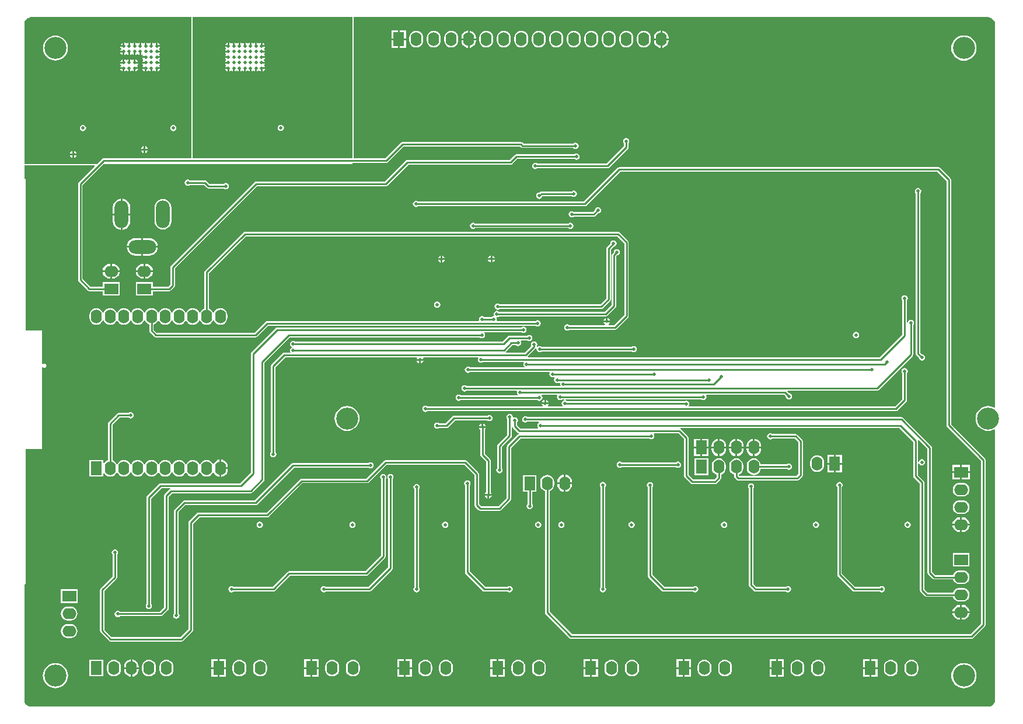
<source format=gbl>
G04*
G04 #@! TF.GenerationSoftware,Altium Limited,CircuitStudio,1.5.2 (30)*
G04*
G04 Layer_Physical_Order=4*
G04 Layer_Color=16711680*
%FSLAX25Y25*%
%MOIN*%
G70*
G01*
G75*
%ADD38C,0.01000*%
%ADD39R,0.06299X0.07874*%
%ADD40O,0.06299X0.07874*%
%ADD41R,0.07874X0.06299*%
%ADD42O,0.07874X0.06299*%
%ADD43O,0.15748X0.07874*%
%ADD44O,0.07874X0.15748*%
%ADD45C,0.01969*%
%ADD46C,0.12598*%
G36*
X95276Y313124D02*
X45276D01*
X44773Y313024D01*
X44347Y312739D01*
X41451Y309842D01*
X0D01*
Y389764D01*
X0D01*
X-30Y389797D01*
X101Y390792D01*
X498Y391749D01*
X1129Y392572D01*
X1952Y393203D01*
X2909Y393600D01*
X3449Y393671D01*
X3937Y393701D01*
Y393701D01*
X95276D01*
Y313124D01*
D02*
G37*
G36*
X187402Y313102D02*
X96086D01*
X96067Y313124D01*
Y393701D01*
X187402D01*
Y313102D01*
D02*
G37*
G36*
X551421Y393599D02*
X552379Y393203D01*
X553202Y392572D01*
X553833Y391749D01*
X554229Y390792D01*
X554360Y389797D01*
X554331Y389764D01*
X554331D01*
X554349Y170975D01*
X553920Y170718D01*
X553119Y171146D01*
X551783Y171551D01*
X550394Y171688D01*
X549005Y171551D01*
X547669Y171146D01*
X546438Y170488D01*
X545359Y169602D01*
X544473Y168523D01*
X543815Y167292D01*
X543410Y165956D01*
X543273Y164567D01*
X543410Y163178D01*
X543815Y161842D01*
X544473Y160611D01*
X545359Y159532D01*
X546438Y158646D01*
X547669Y157988D01*
X549005Y157583D01*
X550394Y157446D01*
X551783Y157583D01*
X553119Y157988D01*
X553921Y158417D01*
X554350Y158160D01*
X554362Y3937D01*
X554365Y3920D01*
X554230Y2897D01*
X553835Y1943D01*
X553206Y1124D01*
X552388Y496D01*
X551434Y101D01*
X550905Y31D01*
X550428Y-0D01*
X550428D01*
D01*
X549929Y-0D01*
X3937Y-34D01*
X2909Y101D01*
X1952Y498D01*
X1129Y1129D01*
X498Y1952D01*
X101Y2909D01*
X-30Y3903D01*
X-0Y3937D01*
X-0D01*
Y69937D01*
X67Y69950D01*
X458Y70211D01*
X719Y70602D01*
X810Y71063D01*
Y147228D01*
X10055D01*
Y193698D01*
X10555Y193850D01*
X10566Y193833D01*
X10956Y193572D01*
X11417Y193481D01*
X11787Y193554D01*
X11878Y193572D01*
X12269Y193833D01*
X12530Y194224D01*
X12622Y194685D01*
Y194685D01*
X12530Y195146D01*
X12269Y195537D01*
X11878Y195798D01*
X11417Y195889D01*
X10956Y195798D01*
X10800Y195693D01*
X10566Y195537D01*
X10566Y195537D01*
X10555Y195521D01*
X10055Y195672D01*
Y214783D01*
X810D01*
Y300590D01*
X719Y301051D01*
X458Y301442D01*
X67Y301703D01*
X-0Y301716D01*
Y309040D01*
X0Y309040D01*
X39995D01*
X40186Y308578D01*
X30962Y299353D01*
X30677Y298927D01*
X30577Y298425D01*
Y243701D01*
X30677Y243198D01*
X30962Y242773D01*
X36080Y237654D01*
X36505Y237370D01*
X37008Y237270D01*
X44882D01*
Y234646D01*
X54331D01*
Y242520D01*
X44882D01*
Y239895D01*
X37552D01*
X33202Y244245D01*
Y297882D01*
X45163Y309842D01*
X187402D01*
Y310498D01*
X206693D01*
X207195Y310598D01*
X207621Y310883D01*
X216489Y319750D01*
X283118D01*
X283521Y319347D01*
X283946Y319063D01*
X284449Y318963D01*
X313539D01*
X314072Y318607D01*
X314764Y318469D01*
X315455Y318607D01*
X316041Y318998D01*
X316433Y319584D01*
X316570Y320276D01*
X316433Y320967D01*
X316041Y321553D01*
X315455Y321944D01*
X314764Y322082D01*
X314072Y321944D01*
X313539Y321588D01*
X284993D01*
X284590Y321991D01*
X284164Y322276D01*
X283661Y322376D01*
X215945D01*
X215443Y322276D01*
X215017Y321991D01*
X206149Y313124D01*
X188204D01*
Y393701D01*
X550394D01*
X550394Y393701D01*
Y393701D01*
X550427Y393730D01*
X551421Y393599D01*
D02*
G37*
%LPC*%
G36*
X539946Y103437D02*
X535539D01*
Y99752D01*
X535827D01*
X536910Y99894D01*
X537920Y100312D01*
X538786Y100978D01*
X539452Y101844D01*
X539870Y102854D01*
X539946Y103437D01*
D02*
G37*
G36*
X187402Y105743D02*
X186710Y105606D01*
X186124Y105214D01*
X185733Y104628D01*
X185595Y103937D01*
X185733Y103246D01*
X186124Y102660D01*
X186710Y102268D01*
X187402Y102131D01*
X188093Y102268D01*
X188679Y102660D01*
X189070Y103246D01*
X189208Y103937D01*
X189070Y104628D01*
X188679Y105214D01*
X188093Y105606D01*
X187402Y105743D01*
D02*
G37*
G36*
X134449D02*
X133758Y105606D01*
X133171Y105214D01*
X132780Y104628D01*
X132642Y103937D01*
X132780Y103246D01*
X133171Y102660D01*
X133758Y102268D01*
X134449Y102131D01*
X135140Y102268D01*
X135726Y102660D01*
X136118Y103246D01*
X136255Y103937D01*
X136118Y104628D01*
X135726Y105214D01*
X135140Y105606D01*
X134449Y105743D01*
D02*
G37*
G36*
X277165Y167161D02*
X276474Y167023D01*
X275888Y166632D01*
X275497Y166046D01*
X275359Y165354D01*
X275497Y164663D01*
X275853Y164130D01*
Y155268D01*
X270332Y149747D01*
X270047Y149321D01*
X269947Y148819D01*
Y136264D01*
X269591Y135731D01*
X269454Y135039D01*
X269591Y134348D01*
X269983Y133762D01*
X270569Y133370D01*
X271260Y133233D01*
X271951Y133370D01*
X272537Y133762D01*
X272929Y134348D01*
X273066Y135039D01*
X272929Y135731D01*
X272572Y136264D01*
Y148275D01*
X278094Y153796D01*
X278378Y154222D01*
X278478Y154724D01*
Y159318D01*
X278978Y159428D01*
X279190Y159111D01*
X281749Y156552D01*
X282175Y156268D01*
X282317Y156239D01*
X282362Y155832D01*
X282347Y155724D01*
X281946Y155456D01*
X275844Y149353D01*
X275559Y148927D01*
X275459Y148425D01*
Y119245D01*
X270716Y114502D01*
X260780D01*
X259580Y115701D01*
Y132874D01*
X259480Y133376D01*
X259196Y133802D01*
X252700Y140298D01*
X252274Y140583D01*
X251772Y140683D01*
X206299D01*
X205797Y140583D01*
X205371Y140298D01*
X195323Y130250D01*
X158268D01*
X157765Y130150D01*
X157340Y129865D01*
X138236Y110761D01*
X99410D01*
X98907Y110661D01*
X98481Y110377D01*
X94151Y106046D01*
X93866Y105620D01*
X93766Y105118D01*
Y44441D01*
X89220Y39895D01*
X49756D01*
X45801Y43851D01*
Y66189D01*
X52503Y72891D01*
X52788Y73317D01*
X52887Y73819D01*
Y86768D01*
X53244Y87301D01*
X53381Y87992D01*
X53244Y88683D01*
X52852Y89269D01*
X52266Y89661D01*
X51575Y89798D01*
X50884Y89661D01*
X50297Y89269D01*
X49906Y88683D01*
X49768Y87992D01*
X49906Y87301D01*
X50262Y86768D01*
Y74363D01*
X43560Y67660D01*
X43275Y67235D01*
X43176Y66732D01*
Y43307D01*
X43275Y42805D01*
X43560Y42379D01*
X48284Y37655D01*
X48710Y37370D01*
X49213Y37270D01*
X89764D01*
X90266Y37370D01*
X90692Y37655D01*
X96007Y42970D01*
X96291Y43395D01*
X96391Y43898D01*
Y104574D01*
X99953Y108136D01*
X138779D01*
X139282Y108236D01*
X139708Y108521D01*
X158811Y127624D01*
X195866D01*
X196369Y127724D01*
X196794Y128009D01*
X206843Y138057D01*
X251228D01*
X256955Y132330D01*
Y115157D01*
X257055Y114655D01*
X257340Y114229D01*
X259308Y112261D01*
X259734Y111976D01*
X260236Y111876D01*
X271260D01*
X271762Y111976D01*
X272188Y112261D01*
X277700Y117773D01*
X277870Y118028D01*
X277984Y118199D01*
X278084Y118701D01*
Y147881D01*
X283418Y153215D01*
X356846D01*
X357380Y152859D01*
X358071Y152721D01*
X358762Y152859D01*
X359348Y153250D01*
X359740Y153836D01*
X359877Y154528D01*
X359740Y155219D01*
X359440Y155668D01*
X359637Y156168D01*
X373472D01*
X376640Y153000D01*
Y131890D01*
X376740Y131387D01*
X377025Y130962D01*
X380568Y127418D01*
X380994Y127134D01*
X381496Y127034D01*
X394488D01*
X394990Y127134D01*
X395416Y127418D01*
X397542Y129544D01*
X397827Y129970D01*
X397927Y130472D01*
Y132503D01*
X398600Y132782D01*
X399422Y133413D01*
X400053Y134235D01*
X400450Y135193D01*
X400585Y136221D01*
Y137795D01*
X400450Y138823D01*
X400053Y139781D01*
X399422Y140603D01*
X398600Y141234D01*
X397642Y141631D01*
X396614Y141766D01*
X395586Y141631D01*
X394629Y141234D01*
X393806Y140603D01*
X393175Y139781D01*
X392778Y138823D01*
X392643Y137795D01*
Y136221D01*
X392778Y135193D01*
X393175Y134235D01*
X393806Y133413D01*
X394629Y132782D01*
X395302Y132503D01*
Y131016D01*
X393945Y129659D01*
X382040D01*
X379265Y132433D01*
Y153543D01*
X379166Y154046D01*
X378881Y154472D01*
X374944Y158408D01*
X374627Y158621D01*
X374737Y159121D01*
X499850D01*
X507743Y151228D01*
Y131693D01*
X507842Y131191D01*
X508127Y130765D01*
X511483Y127409D01*
Y66535D01*
X511583Y66033D01*
X511867Y65607D01*
X514466Y63009D01*
X514891Y62724D01*
X515394Y62624D01*
X530534D01*
X530813Y61952D01*
X531444Y61129D01*
X532267Y60498D01*
X533224Y60101D01*
X534252Y59966D01*
X535827D01*
X536855Y60101D01*
X537812Y60498D01*
X538635Y61129D01*
X539266Y61952D01*
X539662Y62909D01*
X539798Y63937D01*
X539662Y64965D01*
X539266Y65922D01*
X538635Y66745D01*
X537812Y67376D01*
X536855Y67773D01*
X535827Y67908D01*
X534252D01*
X533224Y67773D01*
X532267Y67376D01*
X531444Y66745D01*
X530813Y65922D01*
X530534Y65250D01*
X515937D01*
X514108Y67079D01*
Y127953D01*
X514008Y128455D01*
X513723Y128881D01*
X510368Y132237D01*
Y139137D01*
X510868Y139187D01*
X510930Y138876D01*
X511321Y138290D01*
X511907Y137898D01*
X512598Y137761D01*
X513290Y137898D01*
X513876Y138290D01*
X514267Y138876D01*
X514405Y139567D01*
X514267Y140258D01*
X513876Y140844D01*
X513290Y141236D01*
X512598Y141373D01*
X511907Y141236D01*
X511321Y140844D01*
X510930Y140258D01*
X510868Y139947D01*
X510368Y139997D01*
Y151772D01*
X510304Y152094D01*
X510765Y152340D01*
X515813Y147291D01*
Y76575D01*
X515913Y76073D01*
X516198Y75647D01*
X518836Y73009D01*
X519262Y72724D01*
X519764Y72624D01*
X530534D01*
X530813Y71952D01*
X531444Y71129D01*
X532267Y70498D01*
X533224Y70101D01*
X534252Y69966D01*
X535827D01*
X536855Y70101D01*
X537812Y70498D01*
X538635Y71129D01*
X539266Y71952D01*
X539662Y72909D01*
X539798Y73937D01*
X539662Y74965D01*
X539266Y75923D01*
X538635Y76745D01*
X537812Y77376D01*
X536855Y77773D01*
X535827Y77908D01*
X534252D01*
X533224Y77773D01*
X532267Y77376D01*
X531444Y76745D01*
X530813Y75923D01*
X530534Y75250D01*
X520307D01*
X518439Y77118D01*
Y147835D01*
X518339Y148337D01*
X518054Y148763D01*
X501912Y164904D01*
X501487Y165189D01*
X500984Y165289D01*
X287248D01*
X286715Y165645D01*
X286024Y165783D01*
X285332Y165645D01*
X284746Y165254D01*
X284355Y164668D01*
X284217Y163976D01*
X284355Y163285D01*
X284746Y162699D01*
X285332Y162308D01*
X286024Y162170D01*
X286715Y162308D01*
X287248Y162664D01*
X293674D01*
X293747Y162571D01*
X293639Y161898D01*
X293506Y161809D01*
X293115Y161223D01*
X292977Y160531D01*
X293115Y159840D01*
X293480Y159293D01*
X293436Y159099D01*
X293297Y158793D01*
X283221D01*
X281431Y160583D01*
Y162161D01*
X281787Y162695D01*
X281925Y163386D01*
X281787Y164077D01*
X281395Y164663D01*
X280809Y165055D01*
X280118Y165192D01*
X279427Y165055D01*
X279421Y165051D01*
X278971Y165352D01*
X278972Y165354D01*
X278834Y166046D01*
X278443Y166632D01*
X277857Y167023D01*
X277165Y167161D01*
D02*
G37*
G36*
X209055Y132909D02*
X208364Y132771D01*
X207778Y132380D01*
X207386Y131794D01*
X207249Y131102D01*
X207386Y130411D01*
X207743Y129878D01*
Y79678D01*
X196425Y68360D01*
X172209D01*
X171676Y68716D01*
X170984Y68854D01*
X170293Y68716D01*
X169707Y68325D01*
X169315Y67738D01*
X169178Y67047D01*
X169315Y66356D01*
X169707Y65770D01*
X170293Y65378D01*
X170984Y65241D01*
X171676Y65378D01*
X172209Y65735D01*
X196968D01*
X197471Y65834D01*
X197897Y66119D01*
X209983Y78206D01*
X210268Y78632D01*
X210368Y79134D01*
Y129878D01*
X210724Y130411D01*
X210861Y131102D01*
X210724Y131794D01*
X210332Y132380D01*
X209746Y132771D01*
X209055Y132909D01*
D02*
G37*
G36*
X534539Y103437D02*
X530132D01*
X530209Y102854D01*
X530627Y101844D01*
X531292Y100978D01*
X532159Y100312D01*
X533169Y99894D01*
X534252Y99752D01*
X534539D01*
Y103437D01*
D02*
G37*
G36*
X539764Y87874D02*
X530315D01*
Y80000D01*
X539764D01*
Y87874D01*
D02*
G37*
G36*
X399606Y105743D02*
X398915Y105606D01*
X398329Y105214D01*
X397937Y104628D01*
X397800Y103937D01*
X397937Y103246D01*
X398329Y102660D01*
X398915Y102268D01*
X399606Y102131D01*
X400298Y102268D01*
X400884Y102660D01*
X401275Y103246D01*
X401413Y103937D01*
X401275Y104628D01*
X400884Y105214D01*
X400298Y105606D01*
X399606Y105743D01*
D02*
G37*
G36*
X452165D02*
X451474Y105606D01*
X450888Y105214D01*
X450496Y104628D01*
X450359Y103937D01*
X450496Y103246D01*
X450888Y102660D01*
X451474Y102268D01*
X452165Y102131D01*
X452857Y102268D01*
X453443Y102660D01*
X453834Y103246D01*
X453972Y103937D01*
X453834Y104628D01*
X453443Y105214D01*
X452857Y105606D01*
X452165Y105743D01*
D02*
G37*
G36*
X504528D02*
X503836Y105606D01*
X503250Y105214D01*
X502859Y104628D01*
X502721Y103937D01*
X502859Y103246D01*
X503250Y102660D01*
X503836Y102268D01*
X504528Y102131D01*
X505219Y102268D01*
X505805Y102660D01*
X506196Y103246D01*
X506334Y103937D01*
X506196Y104628D01*
X505805Y105214D01*
X505219Y105606D01*
X504528Y105743D01*
D02*
G37*
G36*
X346850D02*
X346159Y105606D01*
X345573Y105214D01*
X345181Y104628D01*
X345044Y103937D01*
X345181Y103246D01*
X345573Y102660D01*
X346159Y102268D01*
X346850Y102131D01*
X347542Y102268D01*
X348128Y102660D01*
X348519Y103246D01*
X348657Y103937D01*
X348519Y104628D01*
X348128Y105214D01*
X347542Y105606D01*
X346850Y105743D01*
D02*
G37*
G36*
X240354D02*
X239663Y105606D01*
X239077Y105214D01*
X238685Y104628D01*
X238548Y103937D01*
X238685Y103246D01*
X239077Y102660D01*
X239663Y102268D01*
X240354Y102131D01*
X241046Y102268D01*
X241632Y102660D01*
X242023Y103246D01*
X242161Y103937D01*
X242023Y104628D01*
X241632Y105214D01*
X241046Y105606D01*
X240354Y105743D01*
D02*
G37*
G36*
X293504D02*
X292813Y105606D01*
X292227Y105214D01*
X291835Y104628D01*
X291698Y103937D01*
X291835Y103246D01*
X292227Y102660D01*
X292813Y102268D01*
X293504Y102131D01*
X294195Y102268D01*
X294781Y102660D01*
X295173Y103246D01*
X295310Y103937D01*
X295173Y104628D01*
X294781Y105214D01*
X294195Y105606D01*
X293504Y105743D01*
D02*
G37*
G36*
X306693D02*
X306002Y105606D01*
X305416Y105214D01*
X305024Y104628D01*
X304887Y103937D01*
X305024Y103246D01*
X305416Y102660D01*
X306002Y102268D01*
X306693Y102131D01*
X307384Y102268D01*
X307970Y102660D01*
X308362Y103246D01*
X308499Y103937D01*
X308362Y104628D01*
X307970Y105214D01*
X307384Y105606D01*
X306693Y105743D01*
D02*
G37*
G36*
X534539Y58122D02*
X534252D01*
X533169Y57980D01*
X532159Y57562D01*
X531292Y56897D01*
X530627Y56030D01*
X530209Y55020D01*
X530132Y54437D01*
X534539D01*
Y58122D01*
D02*
G37*
G36*
X535827D02*
X535539D01*
Y54437D01*
X539946D01*
X539870Y55020D01*
X539452Y56030D01*
X538786Y56897D01*
X537920Y57562D01*
X536910Y57980D01*
X535827Y58122D01*
D02*
G37*
G36*
X30315Y67126D02*
X20866D01*
Y59252D01*
X30315D01*
Y67126D01*
D02*
G37*
G36*
X539946Y53437D02*
X535539D01*
Y49752D01*
X535827D01*
X536910Y49894D01*
X537920Y50312D01*
X538786Y50977D01*
X539452Y51844D01*
X539870Y52854D01*
X539946Y53437D01*
D02*
G37*
G36*
X522047Y308005D02*
X339764D01*
X339262Y307906D01*
X338836Y307621D01*
X319535Y288320D01*
X224847D01*
X224313Y288677D01*
X223622Y288814D01*
X222931Y288677D01*
X222345Y288285D01*
X221953Y287699D01*
X221816Y287008D01*
X221953Y286317D01*
X222345Y285731D01*
X222931Y285339D01*
X223622Y285202D01*
X224313Y285339D01*
X224847Y285695D01*
X320079D01*
X320581Y285795D01*
X321007Y286080D01*
X340307Y305380D01*
X521503D01*
X526640Y300244D01*
Y160630D01*
X526740Y160128D01*
X527025Y159702D01*
X546325Y140401D01*
Y47394D01*
X540401Y41470D01*
X312748D01*
X299895Y54323D01*
Y123054D01*
X300568Y123333D01*
X301391Y123964D01*
X302022Y124786D01*
X302418Y125744D01*
X302554Y126772D01*
Y128347D01*
X302418Y129374D01*
X302022Y130332D01*
X301391Y131154D01*
X300568Y131785D01*
X299610Y132182D01*
X298583Y132317D01*
X297555Y132182D01*
X296597Y131785D01*
X295775Y131154D01*
X295144Y130332D01*
X294747Y129374D01*
X294612Y128347D01*
Y126772D01*
X294747Y125744D01*
X295144Y124786D01*
X295775Y123964D01*
X296597Y123333D01*
X297270Y123054D01*
Y53780D01*
X297370Y53277D01*
X297655Y52851D01*
X311277Y39229D01*
X311702Y38945D01*
X312205Y38845D01*
X540945D01*
X541447Y38945D01*
X541873Y39229D01*
X548566Y45922D01*
X548850Y46348D01*
X548950Y46850D01*
Y140945D01*
X548850Y141447D01*
X548566Y141873D01*
X529265Y161174D01*
Y300787D01*
X529166Y301290D01*
X528881Y301716D01*
X522975Y307621D01*
X522550Y307906D01*
X522047Y308005D01*
D02*
G37*
G36*
X26378Y57160D02*
X24803D01*
X23775Y57025D01*
X22818Y56628D01*
X21995Y55997D01*
X21364Y55174D01*
X20967Y54217D01*
X20832Y53189D01*
X20967Y52161D01*
X21364Y51204D01*
X21995Y50381D01*
X22818Y49750D01*
X23775Y49353D01*
X24803Y49218D01*
X26378D01*
X27406Y49353D01*
X28363Y49750D01*
X29186Y50381D01*
X29817Y51204D01*
X30214Y52161D01*
X30349Y53189D01*
X30214Y54217D01*
X29817Y55174D01*
X29186Y55997D01*
X28363Y56628D01*
X27406Y57025D01*
X26378Y57160D01*
D02*
G37*
G36*
X534539Y53437D02*
X530132D01*
X530209Y52854D01*
X530627Y51844D01*
X531292Y50977D01*
X532159Y50312D01*
X533169Y49894D01*
X534252Y49752D01*
X534539D01*
Y53437D01*
D02*
G37*
G36*
X415059Y127495D02*
X414368Y127358D01*
X413782Y126966D01*
X413390Y126380D01*
X413253Y125689D01*
X413390Y124998D01*
X413746Y124465D01*
Y69587D01*
X413846Y69084D01*
X414131Y68659D01*
X416670Y66119D01*
X417096Y65834D01*
X417598Y65735D01*
X434917D01*
X435451Y65378D01*
X436142Y65241D01*
X436833Y65378D01*
X437419Y65770D01*
X437811Y66356D01*
X437948Y67047D01*
X437811Y67738D01*
X437419Y68325D01*
X436833Y68716D01*
X436142Y68854D01*
X435451Y68716D01*
X434917Y68360D01*
X418142D01*
X416372Y70130D01*
Y124465D01*
X416728Y124998D01*
X416865Y125689D01*
X416728Y126380D01*
X416336Y126966D01*
X415750Y127358D01*
X415059Y127495D01*
D02*
G37*
G36*
X465551Y128381D02*
X464860Y128244D01*
X464274Y127852D01*
X463882Y127266D01*
X463745Y126575D01*
X463882Y125883D01*
X464239Y125350D01*
Y75394D01*
X464338Y74891D01*
X464623Y74466D01*
X472969Y66119D01*
X473395Y65834D01*
X473898Y65735D01*
X488461D01*
X488994Y65378D01*
X489685Y65241D01*
X490376Y65378D01*
X490962Y65770D01*
X491354Y66356D01*
X491491Y67047D01*
X491354Y67738D01*
X490962Y68325D01*
X490376Y68716D01*
X489685Y68854D01*
X488994Y68716D01*
X488461Y68360D01*
X474441D01*
X466864Y75937D01*
Y125350D01*
X467220Y125883D01*
X467357Y126575D01*
X467220Y127266D01*
X466828Y127852D01*
X466242Y128244D01*
X465551Y128381D01*
D02*
G37*
G36*
X204921Y132909D02*
X204230Y132771D01*
X203644Y132380D01*
X203252Y131794D01*
X203115Y131102D01*
X203252Y130411D01*
X203609Y129878D01*
Y86174D01*
X194732Y77297D01*
X151181D01*
X150679Y77197D01*
X150253Y76912D01*
X141700Y68360D01*
X119453D01*
X118920Y68716D01*
X118228Y68854D01*
X117537Y68716D01*
X116951Y68325D01*
X116560Y67738D01*
X116422Y67047D01*
X116560Y66356D01*
X116951Y65770D01*
X117537Y65378D01*
X118228Y65241D01*
X118920Y65378D01*
X119453Y65735D01*
X142244D01*
X142746Y65834D01*
X143172Y66119D01*
X151725Y74672D01*
X195276D01*
X195778Y74772D01*
X196204Y75056D01*
X205849Y84702D01*
X206134Y85128D01*
X206234Y85630D01*
Y129878D01*
X206590Y130411D01*
X206728Y131102D01*
X206590Y131794D01*
X206199Y132380D01*
X205612Y132771D01*
X204921Y132909D01*
D02*
G37*
G36*
X357283Y128184D02*
X356592Y128047D01*
X356006Y127655D01*
X355615Y127069D01*
X355477Y126378D01*
X355615Y125687D01*
X355971Y125154D01*
Y74803D01*
X356071Y74301D01*
X356355Y73875D01*
X364111Y66119D01*
X364537Y65834D01*
X365039Y65735D01*
X381965D01*
X382498Y65378D01*
X383189Y65241D01*
X383880Y65378D01*
X384466Y65770D01*
X384858Y66356D01*
X384995Y67047D01*
X384858Y67738D01*
X384466Y68325D01*
X383880Y68716D01*
X383189Y68854D01*
X382498Y68716D01*
X381965Y68360D01*
X365583D01*
X358596Y75347D01*
Y125154D01*
X358952Y125687D01*
X359090Y126378D01*
X358952Y127069D01*
X358561Y127655D01*
X357975Y128047D01*
X357283Y128184D01*
D02*
G37*
G36*
X223937Y127121D02*
X223246Y126984D01*
X222660Y126592D01*
X222268Y126006D01*
X222131Y125315D01*
X222268Y124624D01*
X222624Y124091D01*
Y68272D01*
X222268Y67738D01*
X222131Y67047D01*
X222268Y66356D01*
X222660Y65770D01*
X223246Y65378D01*
X223937Y65241D01*
X224628Y65378D01*
X225214Y65770D01*
X225606Y66356D01*
X225743Y67047D01*
X225606Y67738D01*
X225250Y68272D01*
Y124091D01*
X225606Y124624D01*
X225743Y125315D01*
X225606Y126006D01*
X225214Y126592D01*
X224628Y126984D01*
X223937Y127121D01*
D02*
G37*
G36*
X252953Y129169D02*
X252261Y129031D01*
X251676Y128639D01*
X251284Y128053D01*
X251146Y127362D01*
X251284Y126671D01*
X251640Y126138D01*
Y76772D01*
X251740Y76269D01*
X252025Y75844D01*
X261749Y66119D01*
X262175Y65834D01*
X262677Y65735D01*
X275862D01*
X276395Y65378D01*
X277087Y65241D01*
X277778Y65378D01*
X278364Y65770D01*
X278755Y66356D01*
X278893Y67047D01*
X278755Y67738D01*
X278364Y68325D01*
X277778Y68716D01*
X277087Y68854D01*
X276395Y68716D01*
X275862Y68360D01*
X263221D01*
X254265Y77315D01*
Y126138D01*
X254622Y126671D01*
X254759Y127362D01*
X254622Y128053D01*
X254230Y128639D01*
X253644Y129031D01*
X252953Y129169D01*
D02*
G37*
G36*
X330433Y128302D02*
X329742Y128165D01*
X329156Y127773D01*
X328764Y127187D01*
X328627Y126496D01*
X328764Y125805D01*
X329120Y125272D01*
Y68272D01*
X328764Y67738D01*
X328627Y67047D01*
X328764Y66356D01*
X329156Y65770D01*
X329742Y65378D01*
X330433Y65241D01*
X331124Y65378D01*
X331710Y65770D01*
X332102Y66356D01*
X332239Y67047D01*
X332102Y67738D01*
X331746Y68272D01*
Y125272D01*
X332102Y125805D01*
X332239Y126496D01*
X332102Y127187D01*
X331710Y127773D01*
X331124Y128165D01*
X330433Y128302D01*
D02*
G37*
G36*
X452795Y143538D02*
X451767Y143403D01*
X450810Y143006D01*
X449987Y142375D01*
X449356Y141552D01*
X448960Y140595D01*
X448824Y139567D01*
Y137992D01*
X448960Y136964D01*
X449356Y136007D01*
X449987Y135184D01*
X450810Y134553D01*
X451767Y134157D01*
X452795Y134021D01*
X453823Y134157D01*
X454781Y134553D01*
X455603Y135184D01*
X456234Y136007D01*
X456631Y136964D01*
X456766Y137992D01*
Y139567D01*
X456631Y140595D01*
X456234Y141552D01*
X455603Y142375D01*
X454781Y143006D01*
X453823Y143403D01*
X452795Y143538D01*
D02*
G37*
G36*
X534539Y138087D02*
X530102D01*
Y134437D01*
X534539D01*
Y138087D01*
D02*
G37*
G36*
X539976D02*
X535539D01*
Y134437D01*
X539976D01*
Y138087D01*
D02*
G37*
G36*
X466945Y138279D02*
X463295D01*
Y133843D01*
X466945D01*
Y138279D01*
D02*
G37*
G36*
X425984Y156137D02*
X425293Y156000D01*
X424707Y155608D01*
X424315Y155022D01*
X424178Y154331D01*
X424315Y153639D01*
X424707Y153053D01*
X425293Y152662D01*
X425984Y152524D01*
X426676Y152662D01*
X427209Y153018D01*
X440007D01*
X441994Y151031D01*
Y132827D01*
X440795Y131628D01*
X408418D01*
X408004Y132041D01*
X408067Y132561D01*
X408600Y132782D01*
X409422Y133413D01*
X410053Y134235D01*
X410450Y135193D01*
X410585Y136221D01*
Y137795D01*
X410450Y138823D01*
X410053Y139781D01*
X409422Y140603D01*
X408600Y141234D01*
X407642Y141631D01*
X406614Y141766D01*
X405586Y141631D01*
X404629Y141234D01*
X403806Y140603D01*
X403175Y139781D01*
X402778Y138823D01*
X402643Y137795D01*
Y136221D01*
X402778Y135193D01*
X403175Y134235D01*
X403806Y133413D01*
X404629Y132782D01*
X405302Y132503D01*
Y131575D01*
X405402Y131072D01*
X405686Y130647D01*
X406946Y129387D01*
X407372Y129102D01*
X407874Y129002D01*
X441339D01*
X441841Y129102D01*
X442267Y129387D01*
X444235Y131355D01*
X444520Y131781D01*
X444620Y132283D01*
Y151575D01*
X444520Y152077D01*
X444235Y152503D01*
X441479Y155259D01*
X441053Y155543D01*
X440551Y155643D01*
X427209D01*
X426676Y156000D01*
X425984Y156137D01*
D02*
G37*
G36*
X390551Y141732D02*
X382677D01*
Y132283D01*
X390551D01*
Y141732D01*
D02*
G37*
G36*
X462295Y138279D02*
X458646D01*
Y133843D01*
X462295D01*
Y138279D01*
D02*
G37*
G36*
X416614Y141766D02*
X415586Y141631D01*
X414629Y141234D01*
X413806Y140603D01*
X413175Y139781D01*
X412779Y138823D01*
X412643Y137795D01*
Y136221D01*
X412779Y135193D01*
X413175Y134235D01*
X413806Y133413D01*
X414629Y132782D01*
X415586Y132385D01*
X416614Y132249D01*
X417642Y132385D01*
X418600Y132782D01*
X419422Y133413D01*
X420053Y134235D01*
X420450Y135193D01*
X420516Y135695D01*
X435390D01*
X435923Y135339D01*
X436614Y135202D01*
X437305Y135339D01*
X437891Y135731D01*
X438283Y136317D01*
X438420Y137008D01*
X438283Y137699D01*
X437891Y138285D01*
X437305Y138677D01*
X436614Y138814D01*
X435923Y138677D01*
X435390Y138321D01*
X420516D01*
X420450Y138823D01*
X420053Y139781D01*
X419422Y140603D01*
X418600Y141234D01*
X417642Y141631D01*
X416614Y141766D01*
D02*
G37*
G36*
X373228Y139995D02*
X372537Y139858D01*
X372004Y139502D01*
X341382D01*
X340849Y139858D01*
X340158Y139995D01*
X339466Y139858D01*
X338880Y139466D01*
X338489Y138880D01*
X338351Y138189D01*
X338489Y137498D01*
X338880Y136912D01*
X339466Y136520D01*
X340158Y136383D01*
X340849Y136520D01*
X341382Y136876D01*
X372004D01*
X372537Y136520D01*
X373228Y136383D01*
X373920Y136520D01*
X374506Y136912D01*
X374897Y137498D01*
X375035Y138189D01*
X374897Y138880D01*
X374506Y139466D01*
X373920Y139858D01*
X373228Y139995D01*
D02*
G37*
G36*
X386114Y147453D02*
X382465D01*
Y143016D01*
X386114D01*
Y147453D01*
D02*
G37*
G36*
X390764D02*
X387114D01*
Y143016D01*
X390764D01*
Y147453D01*
D02*
G37*
G36*
X466945Y143717D02*
X463295D01*
Y139279D01*
X466945D01*
Y143717D01*
D02*
G37*
G36*
X197638Y139602D02*
X196947Y139464D01*
X196413Y139108D01*
X153543D01*
X153041Y139008D01*
X152615Y138724D01*
X131543Y117651D01*
X91339D01*
X90836Y117551D01*
X90410Y117267D01*
X85883Y112739D01*
X85598Y112313D01*
X85498Y111811D01*
Y53193D01*
X85142Y52660D01*
X85005Y51968D01*
X85142Y51277D01*
X85534Y50691D01*
X86120Y50300D01*
X86811Y50162D01*
X87502Y50300D01*
X88088Y50691D01*
X88480Y51277D01*
X88617Y51968D01*
X88480Y52660D01*
X88124Y53193D01*
Y111267D01*
X91882Y115026D01*
X132087D01*
X132589Y115126D01*
X133015Y115410D01*
X154087Y136483D01*
X196413D01*
X196947Y136126D01*
X197638Y135989D01*
X198329Y136126D01*
X198915Y136518D01*
X199307Y137104D01*
X199444Y137795D01*
X199307Y138487D01*
X198915Y139073D01*
X198329Y139464D01*
X197638Y139602D01*
D02*
G37*
G36*
X112429Y141070D02*
Y136663D01*
X116115D01*
Y136951D01*
X115972Y138034D01*
X115554Y139043D01*
X114889Y139910D01*
X114022Y140576D01*
X113012Y140994D01*
X112429Y141070D01*
D02*
G37*
G36*
X462295Y143717D02*
X458646D01*
Y139279D01*
X462295D01*
Y143717D01*
D02*
G37*
G36*
X264461Y120366D02*
X263037D01*
X263091Y120092D01*
X263530Y119436D01*
X264186Y118997D01*
X264461Y118942D01*
Y120366D01*
D02*
G37*
G36*
X266884D02*
X265461D01*
Y118942D01*
X265735Y118997D01*
X266391Y119436D01*
X266830Y120092D01*
X266884Y120366D01*
D02*
G37*
G36*
X535827Y127908D02*
X534252D01*
X533224Y127773D01*
X532267Y127376D01*
X531444Y126745D01*
X530813Y125923D01*
X530416Y124965D01*
X530281Y123937D01*
X530416Y122909D01*
X530813Y121951D01*
X531444Y121129D01*
X532267Y120498D01*
X533224Y120101D01*
X534252Y119966D01*
X535827D01*
X536855Y120101D01*
X537812Y120498D01*
X538635Y121129D01*
X539266Y121951D01*
X539662Y122909D01*
X539798Y123937D01*
X539662Y124965D01*
X539266Y125923D01*
X538635Y126745D01*
X537812Y127376D01*
X536855Y127773D01*
X535827Y127908D01*
D02*
G37*
G36*
X292520Y132283D02*
X284646D01*
Y122835D01*
X287270D01*
Y115791D01*
X286914Y115258D01*
X286776Y114567D01*
X286914Y113876D01*
X287305Y113290D01*
X287891Y112898D01*
X288583Y112761D01*
X289274Y112898D01*
X289860Y113290D01*
X290251Y113876D01*
X290389Y114567D01*
X290251Y115258D01*
X289895Y115791D01*
Y122835D01*
X292520D01*
Y132283D01*
D02*
G37*
G36*
X534539Y108122D02*
X534252D01*
X533169Y107980D01*
X532159Y107562D01*
X531292Y106896D01*
X530627Y106030D01*
X530209Y105020D01*
X530132Y104437D01*
X534539D01*
Y108122D01*
D02*
G37*
G36*
X535827D02*
X535539D01*
Y104437D01*
X539946D01*
X539870Y105020D01*
X539452Y106030D01*
X538786Y106896D01*
X537920Y107562D01*
X536910Y107980D01*
X535827Y108122D01*
D02*
G37*
G36*
Y117908D02*
X534252D01*
X533224Y117773D01*
X532267Y117376D01*
X531444Y116745D01*
X530813Y115922D01*
X530416Y114965D01*
X530281Y113937D01*
X530416Y112909D01*
X530813Y111951D01*
X531444Y111129D01*
X532267Y110498D01*
X533224Y110101D01*
X534252Y109966D01*
X535827D01*
X536855Y110101D01*
X537812Y110498D01*
X538635Y111129D01*
X539266Y111951D01*
X539662Y112909D01*
X539798Y113937D01*
X539662Y114965D01*
X539266Y115922D01*
X538635Y116745D01*
X537812Y117376D01*
X536855Y117773D01*
X535827Y117908D01*
D02*
G37*
G36*
X263538Y159146D02*
X259690D01*
X259745Y158871D01*
X260184Y158215D01*
X260301Y158136D01*
Y143898D01*
X260402Y143395D01*
X260686Y142970D01*
X263648Y140007D01*
Y122376D01*
X263530Y122297D01*
X263091Y121640D01*
X263037Y121366D01*
X266884D01*
X266830Y121640D01*
X266391Y122297D01*
X266273Y122376D01*
Y140551D01*
X266173Y141053D01*
X265889Y141479D01*
X262927Y144441D01*
Y158136D01*
X263045Y158215D01*
X263483Y158871D01*
X263538Y159146D01*
D02*
G37*
G36*
X534539Y133437D02*
X530102D01*
Y129787D01*
X534539D01*
Y133437D01*
D02*
G37*
G36*
X539976D02*
X535539D01*
Y129787D01*
X539976D01*
Y133437D01*
D02*
G37*
G36*
X116115Y135663D02*
X112429D01*
Y131256D01*
X113012Y131333D01*
X114022Y131751D01*
X114889Y132416D01*
X115554Y133283D01*
X115972Y134293D01*
X116115Y135376D01*
Y135663D01*
D02*
G37*
G36*
X309083Y132466D02*
Y128059D01*
X312768D01*
Y128347D01*
X312626Y129430D01*
X312207Y130439D01*
X311542Y131306D01*
X310675Y131971D01*
X309666Y132389D01*
X309083Y132466D01*
D02*
G37*
G36*
X308083Y127059D02*
X304397D01*
Y126772D01*
X304540Y125688D01*
X304958Y124679D01*
X305623Y123812D01*
X306490Y123147D01*
X307499Y122729D01*
X308083Y122652D01*
Y127059D01*
D02*
G37*
G36*
X312768D02*
X309083D01*
Y122652D01*
X309666Y122729D01*
X310675Y123147D01*
X311542Y123812D01*
X312207Y124679D01*
X312626Y125688D01*
X312768Y126772D01*
Y127059D01*
D02*
G37*
G36*
X308083Y132466D02*
X307499Y132389D01*
X306490Y131971D01*
X305623Y131306D01*
X304958Y130439D01*
X304540Y129430D01*
X304397Y128347D01*
Y128059D01*
X308083D01*
Y132466D01*
D02*
G37*
G36*
X26378Y47160D02*
X24803D01*
X23775Y47025D01*
X22818Y46628D01*
X21995Y45997D01*
X21364Y45175D01*
X20967Y44217D01*
X20832Y43189D01*
X20967Y42161D01*
X21364Y41203D01*
X21995Y40381D01*
X22818Y39750D01*
X23775Y39353D01*
X24803Y39218D01*
X26378D01*
X27406Y39353D01*
X28363Y39750D01*
X29186Y40381D01*
X29817Y41203D01*
X30214Y42161D01*
X30349Y43189D01*
X30214Y44217D01*
X29817Y45175D01*
X29186Y45997D01*
X28363Y46628D01*
X27406Y47025D01*
X26378Y47160D01*
D02*
G37*
G36*
X65327Y21547D02*
X61642D01*
Y17140D01*
X62225Y17217D01*
X63234Y17635D01*
X64101Y18300D01*
X64766Y19167D01*
X65184Y20177D01*
X65327Y21260D01*
Y21547D01*
D02*
G37*
G36*
X51142Y26806D02*
X50114Y26670D01*
X49156Y26274D01*
X48334Y25642D01*
X47703Y24820D01*
X47306Y23862D01*
X47171Y22835D01*
Y21260D01*
X47306Y20232D01*
X47703Y19274D01*
X48334Y18452D01*
X49156Y17821D01*
X50114Y17424D01*
X51142Y17289D01*
X52170Y17424D01*
X53127Y17821D01*
X53950Y18452D01*
X54581Y19274D01*
X54977Y20232D01*
X55113Y21260D01*
Y22835D01*
X54977Y23862D01*
X54581Y24820D01*
X53950Y25642D01*
X53127Y26274D01*
X52170Y26670D01*
X51142Y26806D01*
D02*
G37*
G36*
X71142D02*
X70114Y26670D01*
X69156Y26274D01*
X68334Y25642D01*
X67703Y24820D01*
X67306Y23862D01*
X67171Y22835D01*
Y21260D01*
X67306Y20232D01*
X67703Y19274D01*
X68334Y18452D01*
X69156Y17821D01*
X70114Y17424D01*
X71142Y17289D01*
X72170Y17424D01*
X73127Y17821D01*
X73950Y18452D01*
X74581Y19274D01*
X74977Y20232D01*
X75113Y21260D01*
Y22835D01*
X74977Y23862D01*
X74581Y24820D01*
X73950Y25642D01*
X73127Y26274D01*
X72170Y26670D01*
X71142Y26806D01*
D02*
G37*
G36*
X60642Y21547D02*
X56956D01*
Y21260D01*
X57099Y20177D01*
X57517Y19167D01*
X58182Y18300D01*
X59049Y17635D01*
X60058Y17217D01*
X60642Y17140D01*
Y21547D01*
D02*
G37*
G36*
X433874Y21547D02*
X430224D01*
Y17110D01*
X433874D01*
Y21547D01*
D02*
G37*
G36*
X482571Y21547D02*
X478921D01*
Y17110D01*
X482571D01*
Y21547D01*
D02*
G37*
G36*
X487220D02*
X483571D01*
Y17110D01*
X487220D01*
Y21547D01*
D02*
G37*
G36*
X187598Y26806D02*
X186571Y26670D01*
X185613Y26274D01*
X184791Y25642D01*
X184160Y24820D01*
X183763Y23862D01*
X183627Y22835D01*
Y21260D01*
X183763Y20232D01*
X184160Y19274D01*
X184791Y18452D01*
X185613Y17821D01*
X186571Y17424D01*
X187598Y17289D01*
X188626Y17424D01*
X189584Y17821D01*
X190406Y18452D01*
X191037Y19274D01*
X191434Y20232D01*
X191569Y21260D01*
Y22835D01*
X191434Y23862D01*
X191037Y24820D01*
X190406Y25642D01*
X189584Y26274D01*
X188626Y26670D01*
X187598Y26806D01*
D02*
G37*
G36*
X228937D02*
X227909Y26670D01*
X226952Y26274D01*
X226129Y25642D01*
X225498Y24820D01*
X225101Y23862D01*
X224966Y22835D01*
Y21260D01*
X225101Y20232D01*
X225498Y19274D01*
X226129Y18452D01*
X226952Y17821D01*
X227909Y17424D01*
X228937Y17289D01*
X229965Y17424D01*
X230923Y17821D01*
X231745Y18452D01*
X232376Y19274D01*
X232773Y20232D01*
X232908Y21260D01*
Y22835D01*
X232773Y23862D01*
X232376Y24820D01*
X231745Y25642D01*
X230923Y26274D01*
X229965Y26670D01*
X228937Y26806D01*
D02*
G37*
G36*
X240748D02*
X239720Y26670D01*
X238762Y26274D01*
X237940Y25642D01*
X237309Y24820D01*
X236912Y23862D01*
X236777Y22835D01*
Y21260D01*
X236912Y20232D01*
X237309Y19274D01*
X237940Y18452D01*
X238762Y17821D01*
X239720Y17424D01*
X240748Y17289D01*
X241776Y17424D01*
X242734Y17821D01*
X243556Y18452D01*
X244187Y19274D01*
X244584Y20232D01*
X244719Y21260D01*
Y22835D01*
X244584Y23862D01*
X244187Y24820D01*
X243556Y25642D01*
X242734Y26274D01*
X241776Y26670D01*
X240748Y26806D01*
D02*
G37*
G36*
X175787D02*
X174760Y26670D01*
X173802Y26274D01*
X172979Y25642D01*
X172348Y24820D01*
X171952Y23862D01*
X171816Y22835D01*
Y21260D01*
X171952Y20232D01*
X172348Y19274D01*
X172979Y18452D01*
X173802Y17821D01*
X174760Y17424D01*
X175787Y17289D01*
X176815Y17424D01*
X177773Y17821D01*
X178595Y18452D01*
X179226Y19274D01*
X179623Y20232D01*
X179758Y21260D01*
Y22835D01*
X179623Y23862D01*
X179226Y24820D01*
X178595Y25642D01*
X177773Y26274D01*
X176815Y26670D01*
X175787Y26806D01*
D02*
G37*
G36*
X81142Y26806D02*
X80114Y26670D01*
X79156Y26274D01*
X78334Y25642D01*
X77703Y24820D01*
X77306Y23862D01*
X77171Y22835D01*
Y21260D01*
X77306Y20232D01*
X77703Y19274D01*
X78334Y18452D01*
X79156Y17821D01*
X80114Y17424D01*
X81142Y17289D01*
X82170Y17424D01*
X83127Y17821D01*
X83950Y18452D01*
X84581Y19274D01*
X84977Y20232D01*
X85113Y21260D01*
Y22835D01*
X84977Y23862D01*
X84581Y24820D01*
X83950Y25642D01*
X83127Y26274D01*
X82170Y26670D01*
X81142Y26806D01*
D02*
G37*
G36*
X122835Y26806D02*
X121807Y26670D01*
X120849Y26274D01*
X120027Y25642D01*
X119396Y24820D01*
X118999Y23862D01*
X118864Y22835D01*
Y21260D01*
X118999Y20232D01*
X119396Y19274D01*
X120027Y18452D01*
X120849Y17821D01*
X121807Y17424D01*
X122835Y17289D01*
X123862Y17424D01*
X124820Y17821D01*
X125643Y18452D01*
X126274Y19274D01*
X126670Y20232D01*
X126806Y21260D01*
Y22835D01*
X126670Y23862D01*
X126274Y24820D01*
X125643Y25642D01*
X124820Y26274D01*
X123862Y26670D01*
X122835Y26806D01*
D02*
G37*
G36*
X134646D02*
X133618Y26670D01*
X132660Y26274D01*
X131838Y25642D01*
X131207Y24820D01*
X130810Y23862D01*
X130675Y22835D01*
Y21260D01*
X130810Y20232D01*
X131207Y19274D01*
X131838Y18452D01*
X132660Y17821D01*
X133618Y17424D01*
X134646Y17289D01*
X135673Y17424D01*
X136631Y17821D01*
X137454Y18452D01*
X138085Y19274D01*
X138481Y20232D01*
X138617Y21260D01*
Y22835D01*
X138481Y23862D01*
X138085Y24820D01*
X137454Y25642D01*
X136631Y26274D01*
X135673Y26670D01*
X134646Y26806D01*
D02*
G37*
G36*
X429224Y21547D02*
X425575D01*
Y17110D01*
X429224D01*
Y21547D01*
D02*
G37*
G36*
X163476Y21547D02*
X159827D01*
Y17110D01*
X163476D01*
Y21547D01*
D02*
G37*
G36*
X168126D02*
X164476D01*
Y17110D01*
X168126D01*
Y21547D01*
D02*
G37*
G36*
X216626D02*
X212976D01*
Y17110D01*
X216626D01*
Y21547D01*
D02*
G37*
G36*
X115173D02*
X111524D01*
Y17110D01*
X115173D01*
Y21547D01*
D02*
G37*
G36*
X17717Y24944D02*
X16307Y24805D01*
X14951Y24394D01*
X13701Y23726D01*
X12606Y22827D01*
X11707Y21732D01*
X11039Y20482D01*
X10628Y19127D01*
X10489Y17717D01*
X10628Y16307D01*
X11039Y14951D01*
X11707Y13701D01*
X12606Y12606D01*
X13701Y11707D01*
X14951Y11039D01*
X16307Y10628D01*
X17717Y10489D01*
X19127Y10628D01*
X20482Y11039D01*
X21732Y11707D01*
X22827Y12606D01*
X23726Y13701D01*
X24394Y14951D01*
X24805Y16307D01*
X24944Y17717D01*
X24805Y19127D01*
X24394Y20482D01*
X23726Y21732D01*
X22827Y22827D01*
X21732Y23726D01*
X20482Y24394D01*
X19127Y24805D01*
X17717Y24944D01*
D02*
G37*
G36*
X536614D02*
X535204Y24805D01*
X533848Y24394D01*
X532599Y23726D01*
X531503Y22827D01*
X530605Y21732D01*
X529937Y20482D01*
X529525Y19127D01*
X529387Y17717D01*
X529525Y16307D01*
X529937Y14951D01*
X530605Y13701D01*
X531503Y12606D01*
X532599Y11707D01*
X533848Y11039D01*
X535204Y10628D01*
X536614Y10489D01*
X538024Y10628D01*
X539380Y11039D01*
X540630Y11707D01*
X541725Y12606D01*
X542624Y13701D01*
X543292Y14951D01*
X543703Y16307D01*
X543842Y17717D01*
X543703Y19127D01*
X543292Y20482D01*
X542624Y21732D01*
X541725Y22827D01*
X540630Y23726D01*
X539380Y24394D01*
X538024Y24805D01*
X536614Y24944D01*
D02*
G37*
G36*
X110524Y21547D02*
X106874D01*
Y17110D01*
X110524D01*
Y21547D01*
D02*
G37*
G36*
X327575Y21547D02*
X323925D01*
Y17110D01*
X327575D01*
Y21547D01*
D02*
G37*
G36*
X376075D02*
X372425D01*
Y17110D01*
X376075D01*
Y21547D01*
D02*
G37*
G36*
X380724D02*
X377075D01*
Y17110D01*
X380724D01*
Y21547D01*
D02*
G37*
G36*
X322925D02*
X319276D01*
Y17110D01*
X322925D01*
Y21547D01*
D02*
G37*
G36*
X221276Y21547D02*
X217626D01*
Y17110D01*
X221276D01*
Y21547D01*
D02*
G37*
G36*
X269776Y21547D02*
X266126D01*
Y17110D01*
X269776D01*
Y21547D01*
D02*
G37*
G36*
X274425D02*
X270776D01*
Y17110D01*
X274425D01*
Y21547D01*
D02*
G37*
G36*
X110524Y26984D02*
X106874D01*
Y22547D01*
X110524D01*
Y26984D01*
D02*
G37*
G36*
X163476D02*
X159827D01*
Y22547D01*
X163476D01*
Y26984D01*
D02*
G37*
G36*
X216626D02*
X212976D01*
Y22547D01*
X216626D01*
Y26984D01*
D02*
G37*
G36*
X433874D02*
X430224D01*
Y22547D01*
X433874D01*
Y26984D01*
D02*
G37*
G36*
X327575D02*
X323925D01*
Y22547D01*
X327575D01*
Y26984D01*
D02*
G37*
G36*
X380724D02*
X377075D01*
Y22547D01*
X380724D01*
Y26984D01*
D02*
G37*
G36*
X429224D02*
X425575D01*
Y22547D01*
X429224D01*
Y26984D01*
D02*
G37*
G36*
X482571D02*
X478921D01*
Y22547D01*
X482571D01*
Y26984D01*
D02*
G37*
G36*
X274425D02*
X270776D01*
Y22547D01*
X274425D01*
Y26984D01*
D02*
G37*
G36*
X487220D02*
X483571D01*
Y22547D01*
X487220D01*
Y26984D01*
D02*
G37*
G36*
X269776D02*
X266126D01*
Y22547D01*
X269776D01*
Y26984D01*
D02*
G37*
G36*
X115173D02*
X111524D01*
Y22547D01*
X115173D01*
Y26984D01*
D02*
G37*
G36*
X168126D02*
X164476D01*
Y22547D01*
X168126D01*
Y26984D01*
D02*
G37*
G36*
X221276D02*
X217626D01*
Y22547D01*
X221276D01*
Y26984D01*
D02*
G37*
G36*
X61642Y26954D02*
Y22547D01*
X65327D01*
Y22835D01*
X65184Y23918D01*
X64766Y24927D01*
X64101Y25794D01*
X63234Y26459D01*
X62225Y26877D01*
X61642Y26954D01*
D02*
G37*
G36*
X388386Y26806D02*
X387358Y26670D01*
X386400Y26274D01*
X385578Y25642D01*
X384947Y24820D01*
X384550Y23862D01*
X384415Y22835D01*
Y21260D01*
X384550Y20232D01*
X384947Y19274D01*
X385578Y18452D01*
X386400Y17821D01*
X387358Y17424D01*
X388386Y17289D01*
X389414Y17424D01*
X390371Y17821D01*
X391194Y18452D01*
X391825Y19274D01*
X392221Y20232D01*
X392357Y21260D01*
Y22835D01*
X392221Y23862D01*
X391825Y24820D01*
X391194Y25642D01*
X390371Y26274D01*
X389414Y26670D01*
X388386Y26806D01*
D02*
G37*
G36*
X400197D02*
X399169Y26670D01*
X398211Y26274D01*
X397389Y25642D01*
X396758Y24820D01*
X396361Y23862D01*
X396226Y22835D01*
Y21260D01*
X396361Y20232D01*
X396758Y19274D01*
X397389Y18452D01*
X398211Y17821D01*
X399169Y17424D01*
X400197Y17289D01*
X401225Y17424D01*
X402182Y17821D01*
X403005Y18452D01*
X403636Y19274D01*
X404033Y20232D01*
X404168Y21260D01*
Y22835D01*
X404033Y23862D01*
X403636Y24820D01*
X403005Y25642D01*
X402182Y26274D01*
X401225Y26670D01*
X400197Y26806D01*
D02*
G37*
G36*
X441535D02*
X440508Y26670D01*
X439550Y26274D01*
X438728Y25642D01*
X438097Y24820D01*
X437700Y23862D01*
X437565Y22835D01*
Y21260D01*
X437700Y20232D01*
X438097Y19274D01*
X438728Y18452D01*
X439550Y17821D01*
X440508Y17424D01*
X441535Y17289D01*
X442563Y17424D01*
X443521Y17821D01*
X444343Y18452D01*
X444974Y19274D01*
X445371Y20232D01*
X445506Y21260D01*
Y22835D01*
X445371Y23862D01*
X444974Y24820D01*
X444343Y25642D01*
X443521Y26274D01*
X442563Y26670D01*
X441535Y26806D01*
D02*
G37*
G36*
X347047D02*
X346020Y26670D01*
X345062Y26274D01*
X344239Y25642D01*
X343608Y24820D01*
X343212Y23862D01*
X343076Y22835D01*
Y21260D01*
X343212Y20232D01*
X343608Y19274D01*
X344239Y18452D01*
X345062Y17821D01*
X346020Y17424D01*
X347047Y17289D01*
X348075Y17424D01*
X349033Y17821D01*
X349855Y18452D01*
X350486Y19274D01*
X350883Y20232D01*
X351018Y21260D01*
Y22835D01*
X350883Y23862D01*
X350486Y24820D01*
X349855Y25642D01*
X349033Y26274D01*
X348075Y26670D01*
X347047Y26806D01*
D02*
G37*
G36*
X282087D02*
X281059Y26670D01*
X280101Y26274D01*
X279279Y25642D01*
X278648Y24820D01*
X278251Y23862D01*
X278116Y22835D01*
Y21260D01*
X278251Y20232D01*
X278648Y19274D01*
X279279Y18452D01*
X280101Y17821D01*
X281059Y17424D01*
X282087Y17289D01*
X283114Y17424D01*
X284072Y17821D01*
X284894Y18452D01*
X285526Y19274D01*
X285922Y20232D01*
X286058Y21260D01*
Y22835D01*
X285922Y23862D01*
X285526Y24820D01*
X284894Y25642D01*
X284072Y26274D01*
X283114Y26670D01*
X282087Y26806D01*
D02*
G37*
G36*
X293898D02*
X292870Y26670D01*
X291912Y26274D01*
X291090Y25642D01*
X290459Y24820D01*
X290062Y23862D01*
X289927Y22835D01*
Y21260D01*
X290062Y20232D01*
X290459Y19274D01*
X291090Y18452D01*
X291912Y17821D01*
X292870Y17424D01*
X293898Y17289D01*
X294925Y17424D01*
X295883Y17821D01*
X296706Y18452D01*
X297337Y19274D01*
X297733Y20232D01*
X297869Y21260D01*
Y22835D01*
X297733Y23862D01*
X297337Y24820D01*
X296706Y25642D01*
X295883Y26274D01*
X294925Y26670D01*
X293898Y26806D01*
D02*
G37*
G36*
X335236D02*
X334208Y26670D01*
X333251Y26274D01*
X332428Y25642D01*
X331797Y24820D01*
X331401Y23862D01*
X331265Y22835D01*
Y21260D01*
X331401Y20232D01*
X331797Y19274D01*
X332428Y18452D01*
X333251Y17821D01*
X334208Y17424D01*
X335236Y17289D01*
X336264Y17424D01*
X337222Y17821D01*
X338044Y18452D01*
X338675Y19274D01*
X339072Y20232D01*
X339207Y21260D01*
Y22835D01*
X339072Y23862D01*
X338675Y24820D01*
X338044Y25642D01*
X337222Y26274D01*
X336264Y26670D01*
X335236Y26806D01*
D02*
G37*
G36*
X60642Y26954D02*
X60058Y26877D01*
X59049Y26459D01*
X58182Y25794D01*
X57517Y24927D01*
X57099Y23918D01*
X56956Y22835D01*
Y22547D01*
X60642D01*
Y26954D01*
D02*
G37*
G36*
X322925Y26984D02*
X319276D01*
Y22547D01*
X322925D01*
Y26984D01*
D02*
G37*
G36*
X376075D02*
X372425D01*
Y22547D01*
X376075D01*
Y26984D01*
D02*
G37*
G36*
X45079Y26772D02*
X37205D01*
Y17323D01*
X45079D01*
Y26772D01*
D02*
G37*
G36*
X453346Y26806D02*
X452319Y26670D01*
X451361Y26274D01*
X450539Y25642D01*
X449907Y24820D01*
X449511Y23862D01*
X449375Y22835D01*
Y21260D01*
X449511Y20232D01*
X449907Y19274D01*
X450539Y18452D01*
X451361Y17821D01*
X452319Y17424D01*
X453346Y17289D01*
X454374Y17424D01*
X455332Y17821D01*
X456154Y18452D01*
X456785Y19274D01*
X457182Y20232D01*
X457317Y21260D01*
Y22835D01*
X457182Y23862D01*
X456785Y24820D01*
X456154Y25642D01*
X455332Y26274D01*
X454374Y26670D01*
X453346Y26806D01*
D02*
G37*
G36*
X494882D02*
X493854Y26670D01*
X492896Y26274D01*
X492074Y25642D01*
X491443Y24820D01*
X491046Y23862D01*
X490911Y22835D01*
Y21260D01*
X491046Y20232D01*
X491443Y19274D01*
X492074Y18452D01*
X492896Y17821D01*
X493854Y17424D01*
X494882Y17289D01*
X495910Y17424D01*
X496867Y17821D01*
X497690Y18452D01*
X498321Y19274D01*
X498718Y20232D01*
X498853Y21260D01*
Y22835D01*
X498718Y23862D01*
X498321Y24820D01*
X497690Y25642D01*
X496867Y26274D01*
X495910Y26670D01*
X494882Y26806D01*
D02*
G37*
G36*
X506693D02*
X505665Y26670D01*
X504707Y26274D01*
X503885Y25642D01*
X503254Y24820D01*
X502857Y23862D01*
X502722Y22835D01*
Y21260D01*
X502857Y20232D01*
X503254Y19274D01*
X503885Y18452D01*
X504707Y17821D01*
X505665Y17424D01*
X506693Y17289D01*
X507721Y17424D01*
X508678Y17821D01*
X509501Y18452D01*
X510132Y19274D01*
X510529Y20232D01*
X510664Y21260D01*
Y22835D01*
X510529Y23862D01*
X510132Y24820D01*
X509501Y25642D01*
X508678Y26274D01*
X507721Y26670D01*
X506693Y26806D01*
D02*
G37*
G36*
X68791Y364067D02*
X67368D01*
X67422Y363793D01*
X67861Y363136D01*
X68517Y362698D01*
X68791Y362643D01*
Y364067D01*
D02*
G37*
G36*
X77514D02*
X76091D01*
Y362643D01*
X76365Y362698D01*
X77021Y363136D01*
X77460Y363793D01*
X77514Y364067D01*
D02*
G37*
G36*
X56193Y369640D02*
X55919Y369586D01*
X55262Y369147D01*
X54824Y368491D01*
X54769Y368216D01*
X56193D01*
Y369640D01*
D02*
G37*
G36*
X64916Y364067D02*
X63492D01*
Y362643D01*
X63766Y362698D01*
X64423Y363136D01*
X64861Y363793D01*
X64916Y364067D01*
D02*
G37*
G36*
X116035D02*
X114612D01*
X114615Y364052D01*
X114698Y363806D01*
X114813Y363573D01*
X114958Y363356D01*
X115129Y363161D01*
X115325Y362989D01*
X115541Y362845D01*
X115775Y362730D01*
X116021Y362646D01*
X116035Y362643D01*
Y364067D01*
D02*
G37*
G36*
X137357D02*
X135933D01*
Y362643D01*
X135948Y362646D01*
X136194Y362730D01*
X136427Y362845D01*
X136644Y362989D01*
X136839Y363161D01*
X137011Y363356D01*
X137155Y363573D01*
X137270Y363806D01*
X137354Y364052D01*
X137357Y364067D01*
D02*
G37*
G36*
X56193D02*
X54769D01*
X54824Y363793D01*
X55262Y363136D01*
X55919Y362698D01*
X56193Y362643D01*
Y364067D01*
D02*
G37*
G36*
Y373516D02*
X54769D01*
X54824Y373241D01*
X55262Y372585D01*
X55919Y372147D01*
X56193Y372092D01*
Y373516D01*
D02*
G37*
G36*
X213280Y380602D02*
X209630D01*
Y376165D01*
X213280D01*
Y380602D01*
D02*
G37*
G36*
X217929D02*
X214280D01*
Y376165D01*
X217929D01*
Y380602D01*
D02*
G37*
G36*
X62492Y369640D02*
X62218Y369586D01*
X61778Y369292D01*
X61417Y369188D01*
X61057Y369292D01*
X60617Y369586D01*
X60343Y369640D01*
Y367717D01*
X59343D01*
Y369640D01*
X59068Y369586D01*
X58628Y369292D01*
X58268Y369188D01*
X57907Y369292D01*
X57467Y369586D01*
X57193Y369640D01*
Y367717D01*
X56693D01*
Y367216D01*
X54769D01*
X54824Y366942D01*
X55262Y366286D01*
Y365998D01*
X54824Y365341D01*
X54769Y365067D01*
X56693D01*
Y364567D01*
X57193D01*
Y362643D01*
X57467Y362698D01*
X57907Y362992D01*
X58268Y363095D01*
X58628Y362992D01*
X59068Y362698D01*
X59343Y362643D01*
Y364567D01*
X60343D01*
Y362643D01*
X60617Y362698D01*
X61057Y362992D01*
X61417Y363095D01*
X61778Y362992D01*
X62218Y362698D01*
X62492Y362643D01*
Y364567D01*
X62992D01*
Y365067D01*
X64916D01*
X64861Y365341D01*
X64567Y365781D01*
X64464Y366142D01*
X64567Y366502D01*
X64861Y366942D01*
X64916Y367216D01*
X62992D01*
Y367717D01*
X62492D01*
Y369640D01*
D02*
G37*
G36*
X63492D02*
Y368216D01*
X64916D01*
X64861Y368491D01*
X64423Y369147D01*
X63766Y369586D01*
X63492Y369640D01*
D02*
G37*
G36*
X536614Y383212D02*
X535204Y383073D01*
X533848Y382662D01*
X532599Y381994D01*
X531503Y381095D01*
X530605Y380000D01*
X529937Y378750D01*
X529525Y377394D01*
X529387Y375984D01*
X529525Y374574D01*
X529937Y373218D01*
X530605Y371969D01*
X531503Y370873D01*
X532599Y369975D01*
X533848Y369307D01*
X535204Y368895D01*
X536614Y368757D01*
X538024Y368895D01*
X539380Y369307D01*
X540630Y369975D01*
X541725Y370873D01*
X542624Y371969D01*
X543292Y373218D01*
X543703Y374574D01*
X543842Y375984D01*
X543703Y377394D01*
X543292Y378750D01*
X542624Y380000D01*
X541725Y381095D01*
X540630Y381994D01*
X539380Y382662D01*
X538024Y383073D01*
X536614Y383212D01*
D02*
G37*
G36*
X17717Y383105D02*
X16327Y382968D01*
X14991Y382563D01*
X13760Y381905D01*
X12681Y381019D01*
X11796Y379940D01*
X11138Y378709D01*
X10733Y377374D01*
X10596Y375984D01*
X10733Y374595D01*
X11138Y373259D01*
X11796Y372028D01*
X12681Y370949D01*
X13760Y370063D01*
X14991Y369405D01*
X16327Y369000D01*
X17717Y368863D01*
X19106Y369000D01*
X20442Y369405D01*
X21673Y370063D01*
X22752Y370949D01*
X23637Y372028D01*
X24295Y373259D01*
X24701Y374595D01*
X24837Y375984D01*
X24701Y377374D01*
X24295Y378709D01*
X23637Y379940D01*
X22752Y381019D01*
X21673Y381905D01*
X20442Y382563D01*
X19106Y382968D01*
X17717Y383105D01*
D02*
G37*
G36*
X146457Y332189D02*
X146225Y332174D01*
X145997Y332128D01*
X145777Y332054D01*
X145569Y331951D01*
X145376Y331822D01*
X145201Y331669D01*
X145048Y331494D01*
X144919Y331301D01*
X144816Y331093D01*
X144742Y330873D01*
X144696Y330645D01*
X144681Y330413D01*
X144696Y330182D01*
X144742Y329954D01*
X144816Y329734D01*
X144919Y329526D01*
X145048Y329332D01*
X145201Y329158D01*
X145376Y329005D01*
X145569Y328876D01*
X145777Y328773D01*
X145997Y328698D01*
X146225Y328653D01*
X146457Y328638D01*
X146688Y328653D01*
X146916Y328698D01*
X147136Y328773D01*
X147344Y328876D01*
X147538Y329005D01*
X147712Y329158D01*
X147865Y329332D01*
X147994Y329526D01*
X148097Y329734D01*
X148172Y329954D01*
X148217Y330182D01*
X148232Y330413D01*
X148217Y330645D01*
X148172Y330873D01*
X148097Y331093D01*
X147994Y331301D01*
X147865Y331494D01*
X147712Y331669D01*
X147538Y331822D01*
X147344Y331951D01*
X147136Y332054D01*
X146916Y332128D01*
X146688Y332174D01*
X146457Y332189D01*
D02*
G37*
G36*
X27453Y314854D02*
X26029D01*
X26084Y314580D01*
X26522Y313924D01*
X27179Y313485D01*
X27453Y313431D01*
Y314854D01*
D02*
G37*
G36*
X29876D02*
X28453D01*
Y313431D01*
X28727Y313485D01*
X29383Y313924D01*
X29822Y314580D01*
X29876Y314854D01*
D02*
G37*
G36*
X27453Y317278D02*
X27179Y317224D01*
X26522Y316785D01*
X26084Y316128D01*
X26029Y315854D01*
X27453D01*
Y317278D01*
D02*
G37*
G36*
X315354Y315783D02*
X314663Y315645D01*
X314130Y315289D01*
X280906D01*
X280403Y315189D01*
X279977Y314904D01*
X277212Y312139D01*
X218701D01*
X218198Y312039D01*
X217773Y311755D01*
X205755Y299738D01*
X132283D01*
X131781Y299638D01*
X131355Y299353D01*
X83718Y251716D01*
X83433Y251290D01*
X83333Y250787D01*
Y241095D01*
X82134Y239895D01*
X73228D01*
Y242520D01*
X63779D01*
Y234646D01*
X73228D01*
Y237270D01*
X82677D01*
X83179Y237370D01*
X83605Y237654D01*
X85574Y239623D01*
X85858Y240049D01*
X85958Y240551D01*
Y250244D01*
X132827Y297113D01*
X206299D01*
X206802Y297213D01*
X207227Y297497D01*
X219245Y309514D01*
X277756D01*
X278258Y309614D01*
X278684Y309899D01*
X281449Y312664D01*
X314130D01*
X314663Y312308D01*
X315354Y312170D01*
X316046Y312308D01*
X316632Y312699D01*
X317023Y313285D01*
X317161Y313976D01*
X317023Y314668D01*
X316632Y315254D01*
X316046Y315645D01*
X315354Y315783D01*
D02*
G37*
G36*
X313779Y294720D02*
X313088Y294582D01*
X312555Y294226D01*
X295276D01*
X294773Y294126D01*
X294347Y293842D01*
X294032Y293526D01*
X293403Y293401D01*
X292817Y293010D01*
X292426Y292424D01*
X292288Y291732D01*
X292426Y291041D01*
X292817Y290455D01*
X293403Y290063D01*
X294094Y289926D01*
X294786Y290063D01*
X295372Y290455D01*
X295763Y291041D01*
X295875Y291601D01*
X312555D01*
X313088Y291245D01*
X313779Y291107D01*
X314471Y291245D01*
X315057Y291636D01*
X315448Y292222D01*
X315586Y292913D01*
X315448Y293605D01*
X315057Y294191D01*
X314471Y294582D01*
X313779Y294720D01*
D02*
G37*
G36*
X93307Y301019D02*
X92616Y300882D01*
X92030Y300490D01*
X91638Y299904D01*
X91501Y299213D01*
X91638Y298521D01*
X92030Y297935D01*
X92616Y297544D01*
X93307Y297406D01*
X93998Y297544D01*
X94532Y297900D01*
X102606D01*
X104210Y296296D01*
X104636Y296012D01*
X105138Y295912D01*
X113736D01*
X114269Y295555D01*
X114961Y295418D01*
X115652Y295555D01*
X116238Y295947D01*
X116630Y296533D01*
X116767Y297224D01*
X116630Y297916D01*
X116238Y298502D01*
X115652Y298893D01*
X114961Y299031D01*
X114269Y298893D01*
X113736Y298537D01*
X105682D01*
X104078Y300141D01*
X103652Y300425D01*
X103150Y300525D01*
X94532D01*
X93998Y300882D01*
X93307Y301019D01*
D02*
G37*
G36*
X343701Y324641D02*
X343009Y324503D01*
X342424Y324112D01*
X342032Y323526D01*
X341894Y322835D01*
X342032Y322143D01*
X342388Y321610D01*
Y319835D01*
X332527Y309974D01*
X292957D01*
X292424Y310330D01*
X291732Y310468D01*
X291041Y310330D01*
X290455Y309939D01*
X290063Y309353D01*
X289926Y308661D01*
X290063Y307970D01*
X290455Y307384D01*
X291041Y306993D01*
X291732Y306855D01*
X292424Y306993D01*
X292957Y307349D01*
X333071D01*
X333573Y307449D01*
X333999Y307733D01*
X344629Y318363D01*
X344914Y318789D01*
X345013Y319291D01*
Y321610D01*
X345370Y322143D01*
X345507Y322835D01*
X345370Y323526D01*
X344978Y324112D01*
X344392Y324503D01*
X343701Y324641D01*
D02*
G37*
G36*
X69004Y320034D02*
Y318610D01*
X70428D01*
X70373Y318884D01*
X69934Y319541D01*
X69278Y319979D01*
X69004Y320034D01*
D02*
G37*
G36*
X33465Y332121D02*
X32773Y331984D01*
X32187Y331592D01*
X31796Y331006D01*
X31658Y330315D01*
X31796Y329624D01*
X32187Y329038D01*
X32773Y328646D01*
X33465Y328509D01*
X34156Y328646D01*
X34742Y329038D01*
X35133Y329624D01*
X35271Y330315D01*
X35133Y331006D01*
X34742Y331592D01*
X34156Y331984D01*
X33465Y332121D01*
D02*
G37*
G36*
X85039D02*
X84348Y331984D01*
X83762Y331592D01*
X83371Y331006D01*
X83233Y330315D01*
X83371Y329624D01*
X83762Y329038D01*
X84348Y328646D01*
X85039Y328509D01*
X85731Y328646D01*
X86317Y329038D01*
X86708Y329624D01*
X86846Y330315D01*
X86708Y331006D01*
X86317Y331592D01*
X85731Y331984D01*
X85039Y332121D01*
D02*
G37*
G36*
X68004Y320034D02*
X67730Y319979D01*
X67073Y319541D01*
X66635Y318884D01*
X66580Y318610D01*
X68004D01*
Y320034D01*
D02*
G37*
G36*
X28453Y317278D02*
Y315854D01*
X29876D01*
X29822Y316128D01*
X29383Y316785D01*
X28727Y317224D01*
X28453Y317278D01*
D02*
G37*
G36*
X68004Y317610D02*
X66580D01*
X66635Y317336D01*
X67073Y316680D01*
X67730Y316241D01*
X68004Y316187D01*
Y317610D01*
D02*
G37*
G36*
X70428D02*
X69004D01*
Y316187D01*
X69278Y316241D01*
X69934Y316680D01*
X70373Y317336D01*
X70428Y317610D01*
D02*
G37*
G36*
X116035Y379089D02*
X116021Y379086D01*
X115775Y379002D01*
X115541Y378888D01*
X115325Y378743D01*
X115129Y378572D01*
X114958Y378376D01*
X114813Y378160D01*
X114698Y377926D01*
X114615Y377680D01*
X114612Y377665D01*
X116035D01*
Y379089D01*
D02*
G37*
G36*
X135933D02*
Y377665D01*
X137357D01*
X137354Y377680D01*
X137270Y377926D01*
X137155Y378160D01*
X137011Y378376D01*
X136839Y378572D01*
X136644Y378743D01*
X136427Y378888D01*
X136194Y379002D01*
X135948Y379086D01*
X135933Y379089D01*
D02*
G37*
G36*
X134933D02*
X134918Y379086D01*
X134672Y379002D01*
X134439Y378888D01*
X134222Y378743D01*
X134212Y378734D01*
X133858Y378624D01*
X133504Y378734D01*
X133494Y378743D01*
X133278Y378888D01*
X133045Y379002D01*
X132798Y379086D01*
X132784Y379089D01*
Y377165D01*
X131784D01*
Y379089D01*
X131769Y379086D01*
X131523Y379002D01*
X131289Y378888D01*
X131073Y378743D01*
X131063Y378734D01*
X130709Y378624D01*
X130355Y378734D01*
X130344Y378743D01*
X130128Y378888D01*
X129895Y379002D01*
X129649Y379086D01*
X129634Y379089D01*
Y377165D01*
X128634D01*
Y379089D01*
X128619Y379086D01*
X128373Y379002D01*
X128140Y378888D01*
X127923Y378743D01*
X127913Y378734D01*
X127559Y378624D01*
X127205Y378734D01*
X127195Y378743D01*
X126979Y378888D01*
X126745Y379002D01*
X126499Y379086D01*
X126484Y379089D01*
Y377165D01*
X125484D01*
Y379089D01*
X125470Y379086D01*
X125223Y379002D01*
X124990Y378888D01*
X124774Y378743D01*
X124763Y378734D01*
X124409Y378624D01*
X124056Y378734D01*
X124045Y378743D01*
X123829Y378888D01*
X123596Y379002D01*
X123349Y379086D01*
X123335Y379089D01*
Y377165D01*
X122335D01*
Y379089D01*
X122320Y379086D01*
X122074Y379002D01*
X121841Y378888D01*
X121624Y378743D01*
X121614Y378734D01*
X121260Y378624D01*
X120906Y378734D01*
X120896Y378743D01*
X120679Y378888D01*
X120446Y379002D01*
X120200Y379086D01*
X120185Y379089D01*
Y377165D01*
X119185D01*
Y379089D01*
X119170Y379086D01*
X118924Y379002D01*
X118691Y378888D01*
X118475Y378743D01*
X118464Y378734D01*
X118110Y378624D01*
X117756Y378734D01*
X117746Y378743D01*
X117530Y378888D01*
X117296Y379002D01*
X117050Y379086D01*
X117035Y379089D01*
Y377165D01*
X116535D01*
Y376665D01*
X114612D01*
X114615Y376651D01*
X114698Y376404D01*
X114813Y376171D01*
X114958Y375955D01*
X114967Y375944D01*
X115077Y375590D01*
X114967Y375237D01*
X114958Y375226D01*
X114813Y375010D01*
X114698Y374777D01*
X114615Y374530D01*
X114612Y374516D01*
X116535D01*
Y373516D01*
X114612D01*
X114615Y373501D01*
X114698Y373255D01*
X114813Y373022D01*
X114958Y372805D01*
X114967Y372795D01*
X115077Y372441D01*
X114967Y372087D01*
X114958Y372077D01*
X114813Y371860D01*
X114698Y371627D01*
X114615Y371381D01*
X114612Y371366D01*
X116535D01*
Y370366D01*
X114612D01*
X114615Y370352D01*
X114698Y370105D01*
X114813Y369872D01*
X114958Y369656D01*
X114967Y369645D01*
X115077Y369291D01*
X114967Y368937D01*
X114958Y368927D01*
X114813Y368711D01*
X114698Y368478D01*
X114615Y368231D01*
X114612Y368216D01*
X116535D01*
Y367216D01*
X114612D01*
X114615Y367202D01*
X114698Y366956D01*
X114813Y366722D01*
X114958Y366506D01*
X114967Y366496D01*
X115077Y366142D01*
X114967Y365788D01*
X114958Y365777D01*
X114813Y365561D01*
X114698Y365328D01*
X114615Y365082D01*
X114612Y365067D01*
X116535D01*
Y364567D01*
X117035D01*
Y362643D01*
X117050Y362646D01*
X117296Y362730D01*
X117530Y362845D01*
X117746Y362989D01*
X117756Y362999D01*
X118110Y363108D01*
X118464Y362999D01*
X118475Y362989D01*
X118691Y362845D01*
X118924Y362730D01*
X119170Y362646D01*
X119185Y362643D01*
Y364567D01*
X120185D01*
Y362643D01*
X120200Y362646D01*
X120446Y362730D01*
X120679Y362845D01*
X120896Y362989D01*
X120906Y362998D01*
X121260Y363108D01*
X121614Y362998D01*
X121624Y362989D01*
X121841Y362845D01*
X122074Y362730D01*
X122320Y362646D01*
X122335Y362643D01*
Y364567D01*
X123335D01*
Y362643D01*
X123349Y362646D01*
X123596Y362730D01*
X123829Y362845D01*
X124045Y362989D01*
X124056Y362998D01*
X124409Y363108D01*
X124763Y362998D01*
X124774Y362989D01*
X124990Y362845D01*
X125223Y362730D01*
X125470Y362646D01*
X125484Y362643D01*
Y364567D01*
X126484D01*
Y362643D01*
X126499Y362646D01*
X126745Y362730D01*
X126979Y362845D01*
X127195Y362989D01*
X127205Y362998D01*
X127559Y363108D01*
X127913Y362998D01*
X127923Y362989D01*
X128140Y362845D01*
X128373Y362730D01*
X128619Y362646D01*
X128634Y362643D01*
Y364567D01*
X129634D01*
Y362643D01*
X129649Y362646D01*
X129895Y362730D01*
X130128Y362845D01*
X130344Y362989D01*
X130355Y362998D01*
X130709Y363108D01*
X131063Y362998D01*
X131073Y362989D01*
X131289Y362845D01*
X131523Y362730D01*
X131769Y362646D01*
X131784Y362643D01*
Y364567D01*
X132784D01*
Y362643D01*
X132798Y362646D01*
X133045Y362730D01*
X133278Y362845D01*
X133494Y362989D01*
X133504Y362998D01*
X133858Y363108D01*
X134212Y362998D01*
X134222Y362989D01*
X134439Y362845D01*
X134672Y362730D01*
X134918Y362646D01*
X134933Y362643D01*
Y364567D01*
X135433D01*
Y365067D01*
X137357D01*
X137354Y365082D01*
X137270Y365328D01*
X137155Y365561D01*
X137011Y365777D01*
X137002Y365788D01*
X136892Y366142D01*
X137002Y366496D01*
X137011Y366506D01*
X137155Y366722D01*
X137270Y366956D01*
X137354Y367202D01*
X137357Y367216D01*
X135433D01*
Y368216D01*
X137357D01*
X137354Y368231D01*
X137270Y368478D01*
X137155Y368711D01*
X137011Y368927D01*
X136839Y369123D01*
Y369460D01*
X137011Y369656D01*
X137155Y369872D01*
X137270Y370105D01*
X137354Y370352D01*
X137357Y370366D01*
X135433D01*
Y371366D01*
X137357D01*
X137354Y371381D01*
X137270Y371627D01*
X137155Y371860D01*
X137011Y372077D01*
X137002Y372087D01*
X136892Y372441D01*
X137002Y372795D01*
X137011Y372805D01*
X137155Y373022D01*
X137270Y373255D01*
X137354Y373501D01*
X137357Y373516D01*
X135433D01*
Y374516D01*
X137357D01*
X137354Y374530D01*
X137270Y374777D01*
X137155Y375010D01*
X137011Y375226D01*
X137002Y375237D01*
X136892Y375591D01*
X137002Y375944D01*
X137011Y375955D01*
X137155Y376171D01*
X137270Y376404D01*
X137354Y376651D01*
X137357Y376665D01*
X135433D01*
Y377165D01*
X134933D01*
Y379089D01*
D02*
G37*
G36*
X76091Y379089D02*
Y377665D01*
X77514D01*
X77460Y377940D01*
X77021Y378596D01*
X76365Y379034D01*
X76091Y379089D01*
D02*
G37*
G36*
X343779Y385861D02*
X342752Y385725D01*
X341794Y385329D01*
X340972Y384698D01*
X340341Y383875D01*
X339944Y382917D01*
X339809Y381890D01*
Y380315D01*
X339944Y379287D01*
X340341Y378329D01*
X340972Y377507D01*
X341794Y376876D01*
X342752Y376479D01*
X343779Y376344D01*
X344807Y376479D01*
X345765Y376876D01*
X346587Y377507D01*
X347218Y378329D01*
X347615Y379287D01*
X347750Y380315D01*
Y381890D01*
X347615Y382917D01*
X347218Y383875D01*
X346587Y384698D01*
X345765Y385329D01*
X344807Y385725D01*
X343779Y385861D01*
D02*
G37*
G36*
X353780D02*
X352752Y385725D01*
X351794Y385329D01*
X350972Y384698D01*
X350341Y383875D01*
X349944Y382917D01*
X349809Y381890D01*
Y380315D01*
X349944Y379287D01*
X350341Y378329D01*
X350972Y377507D01*
X351794Y376876D01*
X352752Y376479D01*
X353780Y376344D01*
X354807Y376479D01*
X355765Y376876D01*
X356587Y377507D01*
X357219Y378329D01*
X357615Y379287D01*
X357751Y380315D01*
Y381890D01*
X357615Y382917D01*
X357219Y383875D01*
X356587Y384698D01*
X355765Y385329D01*
X354807Y385725D01*
X353780Y385861D01*
D02*
G37*
G36*
X56193Y379089D02*
X55919Y379034D01*
X55262Y378596D01*
X54824Y377940D01*
X54769Y377665D01*
X56193D01*
Y379089D01*
D02*
G37*
G36*
X217929Y386039D02*
X214280D01*
Y381602D01*
X217929D01*
Y386039D01*
D02*
G37*
G36*
X254279Y386009D02*
Y381602D01*
X257965D01*
Y381890D01*
X257822Y382973D01*
X257404Y383982D01*
X256739Y384849D01*
X255872Y385514D01*
X254863Y385933D01*
X254279Y386009D01*
D02*
G37*
G36*
X364280D02*
Y381602D01*
X367965D01*
Y381890D01*
X367822Y382973D01*
X367404Y383982D01*
X366739Y384849D01*
X365872Y385514D01*
X364863Y385933D01*
X364280Y386009D01*
D02*
G37*
G36*
X213280Y386039D02*
X209630D01*
Y381602D01*
X213280D01*
Y386039D01*
D02*
G37*
G36*
X75090Y379089D02*
X74816Y379034D01*
X74376Y378741D01*
X74016Y378637D01*
X73655Y378741D01*
X73215Y379034D01*
X72941Y379089D01*
Y377165D01*
X71941D01*
Y379089D01*
X71667Y379034D01*
X71227Y378740D01*
X70866Y378637D01*
X70506Y378740D01*
X70066Y379034D01*
X69791Y379089D01*
Y377165D01*
X68791D01*
Y379089D01*
X68517Y379034D01*
X68077Y378740D01*
X67717Y378637D01*
X67356Y378740D01*
X66916Y379034D01*
X66642Y379089D01*
Y377165D01*
X65642D01*
Y379089D01*
X65368Y379034D01*
X64928Y378741D01*
X64567Y378637D01*
X64206Y378741D01*
X63766Y379034D01*
X63492Y379089D01*
Y377165D01*
X62492D01*
Y379089D01*
X62218Y379034D01*
X61778Y378740D01*
X61417Y378637D01*
X61057Y378740D01*
X60617Y379034D01*
X60343Y379089D01*
Y377165D01*
X59343D01*
Y379089D01*
X59068Y379034D01*
X58628Y378740D01*
X58268Y378637D01*
X57907Y378740D01*
X57467Y379034D01*
X57193Y379089D01*
Y377165D01*
X56693D01*
Y376665D01*
X54769D01*
X54824Y376391D01*
X55262Y375735D01*
Y375446D01*
X54824Y374790D01*
X54769Y374516D01*
X56693D01*
Y374016D01*
X57193D01*
Y372092D01*
X57467Y372147D01*
X57907Y372441D01*
X58268Y372544D01*
X58628Y372441D01*
X59068Y372147D01*
X59343Y372092D01*
Y374016D01*
X60343D01*
Y372092D01*
X60617Y372147D01*
X61057Y372441D01*
X61417Y372544D01*
X61778Y372441D01*
X62218Y372147D01*
X62492Y372092D01*
Y374016D01*
X63492D01*
Y372092D01*
X63766Y372147D01*
X64206Y372441D01*
X64567Y372544D01*
X64928Y372441D01*
X65368Y372147D01*
X65642Y372092D01*
Y374016D01*
X66642D01*
Y372092D01*
X66916Y372147D01*
X67355Y372440D01*
X67716Y372080D01*
X67422Y371640D01*
X67368Y371366D01*
X69291D01*
Y370366D01*
X67368D01*
X67422Y370092D01*
X67716Y369652D01*
X67820Y369291D01*
X67716Y368931D01*
X67422Y368491D01*
X67368Y368216D01*
X69291D01*
Y367216D01*
X67368D01*
X67422Y366942D01*
X67716Y366502D01*
X67820Y366142D01*
X67716Y365781D01*
X67422Y365341D01*
X67368Y365067D01*
X69291D01*
Y364567D01*
X69791D01*
Y362643D01*
X70066Y362698D01*
X70506Y362992D01*
X70866Y363095D01*
X71227Y362992D01*
X71667Y362698D01*
X71941Y362643D01*
Y364567D01*
X72941D01*
Y362643D01*
X73215Y362698D01*
X73655Y362992D01*
X74016Y363095D01*
X74376Y362992D01*
X74816Y362698D01*
X75090Y362643D01*
Y364567D01*
X75590D01*
Y365067D01*
X77514D01*
X77460Y365341D01*
X77166Y365781D01*
X77062Y366142D01*
X77166Y366502D01*
X77460Y366942D01*
X77514Y367216D01*
X75590D01*
Y368216D01*
X77514D01*
X77460Y368491D01*
X77166Y368931D01*
X77062Y369291D01*
X77166Y369652D01*
X77460Y370092D01*
X77514Y370366D01*
X75590D01*
Y371366D01*
X77514D01*
X77460Y371640D01*
X77166Y372080D01*
X77062Y372441D01*
X77166Y372801D01*
X77460Y373241D01*
X77514Y373516D01*
X75590D01*
Y374516D01*
X77514D01*
X77460Y374790D01*
X77166Y375230D01*
X77062Y375591D01*
X77166Y375951D01*
X77460Y376391D01*
X77514Y376665D01*
X75590D01*
Y377165D01*
X75090D01*
Y379089D01*
D02*
G37*
G36*
X253279Y386009D02*
X252696Y385933D01*
X251687Y385514D01*
X250820Y384849D01*
X250155Y383982D01*
X249737Y382973D01*
X249594Y381890D01*
Y381602D01*
X253279D01*
Y386009D01*
D02*
G37*
G36*
X363280D02*
X362696Y385933D01*
X361687Y385514D01*
X360820Y384849D01*
X360155Y383982D01*
X359737Y382973D01*
X359594Y381890D01*
Y381602D01*
X363280D01*
Y386009D01*
D02*
G37*
G36*
X333780Y385861D02*
X332752Y385725D01*
X331794Y385329D01*
X330972Y384698D01*
X330341Y383875D01*
X329944Y382917D01*
X329809Y381890D01*
Y380315D01*
X329944Y379287D01*
X330341Y378329D01*
X330972Y377507D01*
X331794Y376876D01*
X332752Y376479D01*
X333780Y376344D01*
X334807Y376479D01*
X335765Y376876D01*
X336587Y377507D01*
X337218Y378329D01*
X337615Y379287D01*
X337751Y380315D01*
Y381890D01*
X337615Y382917D01*
X337218Y383875D01*
X336587Y384698D01*
X335765Y385329D01*
X334807Y385725D01*
X333780Y385861D01*
D02*
G37*
G36*
X223780D02*
X222752Y385725D01*
X221794Y385329D01*
X220972Y384698D01*
X220341Y383875D01*
X219944Y382917D01*
X219809Y381890D01*
Y380315D01*
X219944Y379287D01*
X220341Y378329D01*
X220972Y377507D01*
X221794Y376876D01*
X222752Y376479D01*
X223780Y376344D01*
X224807Y376479D01*
X225765Y376876D01*
X226587Y377507D01*
X227219Y378329D01*
X227615Y379287D01*
X227750Y380315D01*
Y381890D01*
X227615Y382917D01*
X227219Y383875D01*
X226587Y384698D01*
X225765Y385329D01*
X224807Y385725D01*
X223780Y385861D01*
D02*
G37*
G36*
X233780D02*
X232752Y385725D01*
X231794Y385329D01*
X230972Y384698D01*
X230341Y383875D01*
X229944Y382917D01*
X229809Y381890D01*
Y380315D01*
X229944Y379287D01*
X230341Y378329D01*
X230972Y377507D01*
X231794Y376876D01*
X232752Y376479D01*
X233780Y376344D01*
X234807Y376479D01*
X235765Y376876D01*
X236587Y377507D01*
X237218Y378329D01*
X237615Y379287D01*
X237751Y380315D01*
Y381890D01*
X237615Y382917D01*
X237218Y383875D01*
X236587Y384698D01*
X235765Y385329D01*
X234807Y385725D01*
X233780Y385861D01*
D02*
G37*
G36*
X243779D02*
X242752Y385725D01*
X241794Y385329D01*
X240972Y384698D01*
X240341Y383875D01*
X239944Y382917D01*
X239809Y381890D01*
Y380315D01*
X239944Y379287D01*
X240341Y378329D01*
X240972Y377507D01*
X241794Y376876D01*
X242752Y376479D01*
X243779Y376344D01*
X244807Y376479D01*
X245765Y376876D01*
X246587Y377507D01*
X247218Y378329D01*
X247615Y379287D01*
X247750Y380315D01*
Y381890D01*
X247615Y382917D01*
X247218Y383875D01*
X246587Y384698D01*
X245765Y385329D01*
X244807Y385725D01*
X243779Y385861D01*
D02*
G37*
G36*
X367965Y380602D02*
X364280D01*
Y376195D01*
X364863Y376272D01*
X365872Y376690D01*
X366739Y377355D01*
X367404Y378222D01*
X367822Y379232D01*
X367965Y380315D01*
Y380602D01*
D02*
G37*
G36*
X253279D02*
X249594D01*
Y380315D01*
X249737Y379232D01*
X250155Y378222D01*
X250820Y377355D01*
X251687Y376690D01*
X252696Y376272D01*
X253279Y376195D01*
Y380602D01*
D02*
G37*
G36*
X363280D02*
X359594D01*
Y380315D01*
X359737Y379232D01*
X360155Y378222D01*
X360820Y377355D01*
X361687Y376690D01*
X362696Y376272D01*
X363280Y376195D01*
Y380602D01*
D02*
G37*
G36*
X257965D02*
X254279D01*
Y376195D01*
X254863Y376272D01*
X255872Y376690D01*
X256739Y377355D01*
X257404Y378222D01*
X257822Y379232D01*
X257965Y380315D01*
Y380602D01*
D02*
G37*
G36*
X303780Y385861D02*
X302752Y385725D01*
X301794Y385329D01*
X300972Y384698D01*
X300341Y383875D01*
X299944Y382917D01*
X299809Y381890D01*
Y380315D01*
X299944Y379287D01*
X300341Y378329D01*
X300972Y377507D01*
X301794Y376876D01*
X302752Y376479D01*
X303780Y376344D01*
X304807Y376479D01*
X305765Y376876D01*
X306587Y377507D01*
X307219Y378329D01*
X307615Y379287D01*
X307751Y380315D01*
Y381890D01*
X307615Y382917D01*
X307219Y383875D01*
X306587Y384698D01*
X305765Y385329D01*
X304807Y385725D01*
X303780Y385861D01*
D02*
G37*
G36*
X313779D02*
X312752Y385725D01*
X311794Y385329D01*
X310972Y384698D01*
X310341Y383875D01*
X309944Y382917D01*
X309809Y381890D01*
Y380315D01*
X309944Y379287D01*
X310341Y378329D01*
X310972Y377507D01*
X311794Y376876D01*
X312752Y376479D01*
X313779Y376344D01*
X314807Y376479D01*
X315765Y376876D01*
X316587Y377507D01*
X317218Y378329D01*
X317615Y379287D01*
X317751Y380315D01*
Y381890D01*
X317615Y382917D01*
X317218Y383875D01*
X316587Y384698D01*
X315765Y385329D01*
X314807Y385725D01*
X313779Y385861D01*
D02*
G37*
G36*
X323780D02*
X322752Y385725D01*
X321794Y385329D01*
X320972Y384698D01*
X320341Y383875D01*
X319944Y382917D01*
X319809Y381890D01*
Y380315D01*
X319944Y379287D01*
X320341Y378329D01*
X320972Y377507D01*
X321794Y376876D01*
X322752Y376479D01*
X323780Y376344D01*
X324807Y376479D01*
X325765Y376876D01*
X326587Y377507D01*
X327219Y378329D01*
X327615Y379287D01*
X327750Y380315D01*
Y381890D01*
X327615Y382917D01*
X327219Y383875D01*
X326587Y384698D01*
X325765Y385329D01*
X324807Y385725D01*
X323780Y385861D01*
D02*
G37*
G36*
X293779D02*
X292752Y385725D01*
X291794Y385329D01*
X290972Y384698D01*
X290341Y383875D01*
X289944Y382917D01*
X289809Y381890D01*
Y380315D01*
X289944Y379287D01*
X290341Y378329D01*
X290972Y377507D01*
X291794Y376876D01*
X292752Y376479D01*
X293779Y376344D01*
X294807Y376479D01*
X295765Y376876D01*
X296587Y377507D01*
X297218Y378329D01*
X297615Y379287D01*
X297750Y380315D01*
Y381890D01*
X297615Y382917D01*
X297218Y383875D01*
X296587Y384698D01*
X295765Y385329D01*
X294807Y385725D01*
X293779Y385861D01*
D02*
G37*
G36*
X263779D02*
X262752Y385725D01*
X261794Y385329D01*
X260972Y384698D01*
X260341Y383875D01*
X259944Y382917D01*
X259809Y381890D01*
Y380315D01*
X259944Y379287D01*
X260341Y378329D01*
X260972Y377507D01*
X261794Y376876D01*
X262752Y376479D01*
X263779Y376344D01*
X264807Y376479D01*
X265765Y376876D01*
X266587Y377507D01*
X267218Y378329D01*
X267615Y379287D01*
X267751Y380315D01*
Y381890D01*
X267615Y382917D01*
X267218Y383875D01*
X266587Y384698D01*
X265765Y385329D01*
X264807Y385725D01*
X263779Y385861D01*
D02*
G37*
G36*
X273780D02*
X272752Y385725D01*
X271794Y385329D01*
X270972Y384698D01*
X270341Y383875D01*
X269944Y382917D01*
X269809Y381890D01*
Y380315D01*
X269944Y379287D01*
X270341Y378329D01*
X270972Y377507D01*
X271794Y376876D01*
X272752Y376479D01*
X273780Y376344D01*
X274807Y376479D01*
X275765Y376876D01*
X276587Y377507D01*
X277219Y378329D01*
X277615Y379287D01*
X277750Y380315D01*
Y381890D01*
X277615Y382917D01*
X277219Y383875D01*
X276587Y384698D01*
X275765Y385329D01*
X274807Y385725D01*
X273780Y385861D01*
D02*
G37*
G36*
X283780D02*
X282752Y385725D01*
X281794Y385329D01*
X280972Y384698D01*
X280341Y383875D01*
X279944Y382917D01*
X279809Y381890D01*
Y380315D01*
X279944Y379287D01*
X280341Y378329D01*
X280972Y377507D01*
X281794Y376876D01*
X282752Y376479D01*
X283780Y376344D01*
X284807Y376479D01*
X285765Y376876D01*
X286587Y377507D01*
X287218Y378329D01*
X287615Y379287D01*
X287751Y380315D01*
Y381890D01*
X287615Y382917D01*
X287218Y383875D01*
X286587Y384698D01*
X285765Y385329D01*
X284807Y385725D01*
X283780Y385861D01*
D02*
G37*
G36*
X327559Y285271D02*
X326868Y285133D01*
X326282Y284742D01*
X325890Y284156D01*
X325765Y283527D01*
X324653Y282415D01*
X313823D01*
X313290Y282771D01*
X312598Y282909D01*
X311907Y282771D01*
X311321Y282380D01*
X310930Y281794D01*
X310792Y281102D01*
X310930Y280411D01*
X311321Y279825D01*
X311907Y279433D01*
X312598Y279296D01*
X313290Y279433D01*
X313823Y279790D01*
X325197D01*
X325699Y279890D01*
X326125Y280174D01*
X327621Y281671D01*
X328250Y281796D01*
X328836Y282187D01*
X329228Y282773D01*
X329365Y283465D01*
X329228Y284156D01*
X328836Y284742D01*
X328250Y285133D01*
X327559Y285271D01*
D02*
G37*
G36*
X296941Y175152D02*
X296667Y175098D01*
X296010Y174659D01*
X295572Y174003D01*
X295517Y173728D01*
X296941D01*
Y175152D01*
D02*
G37*
G36*
X297941D02*
Y173728D01*
X299365D01*
X299310Y174003D01*
X298871Y174659D01*
X298215Y175098D01*
X297941Y175152D01*
D02*
G37*
G36*
X225484Y197531D02*
X224061D01*
X224115Y197257D01*
X224554Y196601D01*
X225210Y196162D01*
X225484Y196108D01*
Y197531D01*
D02*
G37*
G36*
X60630Y168145D02*
X59939Y168007D01*
X59405Y167651D01*
X53740D01*
X53238Y167551D01*
X52812Y167267D01*
X48009Y162464D01*
X47724Y162038D01*
X47624Y161535D01*
Y140668D01*
X46951Y140390D01*
X46129Y139759D01*
X45498Y138936D01*
X45000Y139040D01*
Y140888D01*
X37126D01*
Y131439D01*
X45000D01*
Y133286D01*
X45498Y133390D01*
X46129Y132568D01*
X46951Y131937D01*
X47909Y131540D01*
X48937Y131405D01*
X49965Y131540D01*
X50923Y131937D01*
X51745Y132568D01*
X52376Y133390D01*
X52603Y133940D01*
X53145D01*
X53372Y133390D01*
X54003Y132568D01*
X54826Y131937D01*
X55783Y131540D01*
X56811Y131405D01*
X57839Y131540D01*
X58797Y131937D01*
X59619Y132568D01*
X60250Y133390D01*
X60477Y133940D01*
X61019D01*
X61246Y133390D01*
X61877Y132568D01*
X62700Y131937D01*
X63657Y131540D01*
X64685Y131405D01*
X65713Y131540D01*
X66671Y131937D01*
X67493Y132568D01*
X68124Y133390D01*
X68352Y133940D01*
X68893D01*
X69120Y133390D01*
X69751Y132568D01*
X70574Y131937D01*
X71531Y131540D01*
X72559Y131405D01*
X73587Y131540D01*
X74545Y131937D01*
X75367Y132568D01*
X75998Y133390D01*
X76226Y133940D01*
X76767D01*
X76994Y133390D01*
X77625Y132568D01*
X78448Y131937D01*
X79405Y131540D01*
X80433Y131405D01*
X81461Y131540D01*
X82419Y131937D01*
X83241Y132568D01*
X83872Y133390D01*
X84100Y133940D01*
X84641D01*
X84868Y133390D01*
X85499Y132568D01*
X86322Y131937D01*
X87279Y131540D01*
X88307Y131405D01*
X89335Y131540D01*
X90293Y131937D01*
X91115Y132568D01*
X91746Y133390D01*
X91974Y133940D01*
X92515D01*
X92742Y133390D01*
X93373Y132568D01*
X94196Y131937D01*
X95153Y131540D01*
X96181Y131405D01*
X97209Y131540D01*
X98167Y131937D01*
X98989Y132568D01*
X99620Y133390D01*
X99848Y133940D01*
X100389D01*
X100616Y133390D01*
X101247Y132568D01*
X102070Y131937D01*
X103027Y131540D01*
X104055Y131405D01*
X105083Y131540D01*
X106041Y131937D01*
X106863Y132568D01*
X107494Y133390D01*
X107606Y133662D01*
X108148D01*
X108305Y133283D01*
X108970Y132416D01*
X109836Y131751D01*
X110846Y131333D01*
X111429Y131256D01*
Y136163D01*
Y141070D01*
X110846Y140994D01*
X109836Y140576D01*
X108970Y139910D01*
X108305Y139043D01*
X108148Y138665D01*
X107606D01*
X107494Y138936D01*
X106863Y139759D01*
X106041Y140390D01*
X105083Y140786D01*
X104055Y140922D01*
X103027Y140786D01*
X102070Y140390D01*
X101247Y139759D01*
X100616Y138936D01*
X100389Y138387D01*
X99848D01*
X99620Y138936D01*
X98989Y139759D01*
X98167Y140390D01*
X97209Y140786D01*
X96181Y140922D01*
X95153Y140786D01*
X94196Y140390D01*
X93373Y139759D01*
X92742Y138936D01*
X92515Y138387D01*
X91974D01*
X91746Y138936D01*
X91115Y139759D01*
X90293Y140390D01*
X89335Y140786D01*
X88307Y140922D01*
X87279Y140786D01*
X86322Y140390D01*
X85499Y139759D01*
X84868Y138936D01*
X84641Y138387D01*
X84100D01*
X83872Y138936D01*
X83241Y139759D01*
X82419Y140390D01*
X81461Y140786D01*
X80433Y140922D01*
X79405Y140786D01*
X78448Y140390D01*
X77625Y139759D01*
X76994Y138936D01*
X76767Y138387D01*
X76226D01*
X75998Y138936D01*
X75367Y139759D01*
X74545Y140390D01*
X73587Y140786D01*
X72559Y140922D01*
X71531Y140786D01*
X70574Y140390D01*
X69751Y139759D01*
X69120Y138936D01*
X68893Y138387D01*
X68352D01*
X68124Y138936D01*
X67493Y139759D01*
X66671Y140390D01*
X65713Y140786D01*
X64685Y140922D01*
X63657Y140786D01*
X62700Y140390D01*
X61877Y139759D01*
X61246Y138936D01*
X61019Y138387D01*
X60477D01*
X60250Y138936D01*
X59619Y139759D01*
X58797Y140390D01*
X57839Y140786D01*
X56811Y140922D01*
X55783Y140786D01*
X54826Y140390D01*
X54003Y139759D01*
X53372Y138936D01*
X53145Y138387D01*
X52603D01*
X52376Y138936D01*
X51745Y139759D01*
X50923Y140390D01*
X50250Y140668D01*
Y160992D01*
X54284Y165026D01*
X59405D01*
X59939Y164670D01*
X60630Y164532D01*
X61321Y164670D01*
X61907Y165061D01*
X62299Y165647D01*
X62436Y166339D01*
X62299Y167030D01*
X61907Y167616D01*
X61321Y168007D01*
X60630Y168145D01*
D02*
G37*
G36*
X261114Y161569D02*
X260840Y161515D01*
X260184Y161076D01*
X259745Y160420D01*
X259690Y160146D01*
X261114D01*
Y161569D01*
D02*
G37*
G36*
X262114D02*
Y160146D01*
X263538D01*
X263483Y160420D01*
X263045Y161076D01*
X262388Y161515D01*
X262114Y161569D01*
D02*
G37*
G36*
X265551Y166570D02*
X264860Y166433D01*
X264327Y166076D01*
X245472D01*
X244970Y165977D01*
X244544Y165692D01*
X240598Y161746D01*
X237051D01*
X236518Y162102D01*
X235827Y162239D01*
X235136Y162102D01*
X234549Y161710D01*
X234158Y161124D01*
X234020Y160433D01*
X234158Y159742D01*
X234549Y159156D01*
X235136Y158764D01*
X235827Y158627D01*
X236518Y158764D01*
X237051Y159121D01*
X241142D01*
X241644Y159220D01*
X242070Y159505D01*
X246016Y163451D01*
X264327D01*
X264860Y163095D01*
X265551Y162957D01*
X266243Y163095D01*
X266828Y163487D01*
X267220Y164073D01*
X267357Y164764D01*
X267220Y165455D01*
X266828Y166041D01*
X266243Y166433D01*
X265551Y166570D01*
D02*
G37*
G36*
X285039Y216964D02*
X284348Y216826D01*
X283815Y216470D01*
X144291D01*
X143789Y216370D01*
X143363Y216086D01*
X129780Y202503D01*
X129496Y202077D01*
X129396Y201575D01*
Y133811D01*
X123078Y127494D01*
X77756D01*
X77254Y127394D01*
X76828Y127109D01*
X70135Y120416D01*
X69850Y119991D01*
X69750Y119488D01*
Y58705D01*
X69394Y58172D01*
X69257Y57480D01*
X69394Y56789D01*
X69786Y56203D01*
X70372Y55812D01*
X71063Y55674D01*
X71754Y55812D01*
X72340Y56203D01*
X72732Y56789D01*
X72869Y57480D01*
X72732Y58172D01*
X72376Y58705D01*
Y118945D01*
X78300Y124869D01*
X83137D01*
X83247Y124369D01*
X82930Y124156D01*
X80174Y121401D01*
X79890Y120975D01*
X79790Y120472D01*
Y56646D01*
X77409Y54265D01*
X54571D01*
X54038Y54622D01*
X53347Y54759D01*
X52655Y54622D01*
X52069Y54230D01*
X51678Y53644D01*
X51540Y52953D01*
X51678Y52262D01*
X52069Y51675D01*
X52655Y51284D01*
X53347Y51146D01*
X54038Y51284D01*
X54571Y51640D01*
X77953D01*
X78455Y51740D01*
X78881Y52025D01*
X82030Y55174D01*
X82315Y55600D01*
X82415Y56102D01*
Y119929D01*
X84402Y121916D01*
X129331D01*
X129833Y122016D01*
X130259Y122300D01*
X136755Y128796D01*
X136925Y129051D01*
X137039Y129222D01*
X137139Y129724D01*
Y196307D01*
X151725Y210892D01*
X259996D01*
X260529Y210536D01*
X261221Y210398D01*
X261912Y210536D01*
X262498Y210927D01*
X262889Y211513D01*
X263027Y212205D01*
X262889Y212896D01*
X262589Y213345D01*
X262786Y213845D01*
X283815D01*
X284348Y213489D01*
X285039Y213351D01*
X285731Y213489D01*
X286317Y213880D01*
X286708Y214466D01*
X286846Y215158D01*
X286708Y215849D01*
X286317Y216435D01*
X285731Y216826D01*
X285039Y216964D01*
D02*
G37*
G36*
X338976Y271195D02*
X125984D01*
X125482Y271095D01*
X125056Y270810D01*
X103127Y248881D01*
X102842Y248455D01*
X102743Y247953D01*
Y227283D01*
X102070Y227004D01*
X101247Y226373D01*
X100616Y225550D01*
X100389Y225001D01*
X99848D01*
X99620Y225550D01*
X98989Y226373D01*
X98167Y227004D01*
X97209Y227401D01*
X96181Y227536D01*
X95153Y227401D01*
X94196Y227004D01*
X93373Y226373D01*
X92742Y225550D01*
X92515Y225001D01*
X91974D01*
X91746Y225550D01*
X91115Y226373D01*
X90293Y227004D01*
X89335Y227401D01*
X88307Y227536D01*
X87279Y227401D01*
X86322Y227004D01*
X85499Y226373D01*
X84868Y225550D01*
X84641Y225001D01*
X84100D01*
X83872Y225550D01*
X83241Y226373D01*
X82419Y227004D01*
X81461Y227401D01*
X80433Y227536D01*
X79405Y227401D01*
X78448Y227004D01*
X77625Y226373D01*
X76994Y225550D01*
X76767Y225001D01*
X76226D01*
X75998Y225550D01*
X75367Y226373D01*
X74545Y227004D01*
X73587Y227401D01*
X72559Y227536D01*
X71531Y227401D01*
X70574Y227004D01*
X69751Y226373D01*
X69120Y225550D01*
X68893Y225001D01*
X68352D01*
X68124Y225550D01*
X67493Y226373D01*
X66671Y227004D01*
X65713Y227401D01*
X64685Y227536D01*
X63657Y227401D01*
X62700Y227004D01*
X61877Y226373D01*
X61246Y225550D01*
X61019Y225001D01*
X60477D01*
X60250Y225550D01*
X59619Y226373D01*
X58797Y227004D01*
X57839Y227401D01*
X56811Y227536D01*
X55783Y227401D01*
X54826Y227004D01*
X54003Y226373D01*
X53372Y225550D01*
X53145Y225001D01*
X52603D01*
X52376Y225550D01*
X51745Y226373D01*
X50923Y227004D01*
X49965Y227401D01*
X48937Y227536D01*
X47909Y227401D01*
X46951Y227004D01*
X46129Y226373D01*
X45498Y225550D01*
X45271Y225001D01*
X44729D01*
X44502Y225550D01*
X43871Y226373D01*
X43049Y227004D01*
X42091Y227401D01*
X41063Y227536D01*
X40035Y227401D01*
X39077Y227004D01*
X38255Y226373D01*
X37624Y225550D01*
X37227Y224593D01*
X37092Y223565D01*
Y221990D01*
X37227Y220962D01*
X37624Y220005D01*
X38255Y219182D01*
X39077Y218551D01*
X40035Y218155D01*
X41063Y218019D01*
X42091Y218155D01*
X43049Y218551D01*
X43871Y219182D01*
X44502Y220005D01*
X44729Y220554D01*
X45271D01*
X45498Y220005D01*
X46129Y219182D01*
X46951Y218551D01*
X47909Y218155D01*
X48937Y218019D01*
X49965Y218155D01*
X50923Y218551D01*
X51745Y219182D01*
X52376Y220005D01*
X52603Y220554D01*
X53145D01*
X53372Y220005D01*
X54003Y219182D01*
X54826Y218551D01*
X55783Y218155D01*
X56811Y218019D01*
X57839Y218155D01*
X58797Y218551D01*
X59619Y219182D01*
X60250Y220005D01*
X60477Y220554D01*
X61019D01*
X61246Y220005D01*
X61877Y219182D01*
X62700Y218551D01*
X63657Y218155D01*
X64685Y218019D01*
X65713Y218155D01*
X66671Y218551D01*
X67493Y219182D01*
X68124Y220005D01*
X68352Y220554D01*
X68893D01*
X69120Y220005D01*
X69751Y219182D01*
X70574Y218551D01*
X71246Y218272D01*
Y214646D01*
X71346Y214143D01*
X71631Y213718D01*
X74072Y211277D01*
X74498Y210992D01*
X75000Y210892D01*
X131890D01*
X132392Y210992D01*
X132818Y211277D01*
X139126Y217585D01*
X291886D01*
X292419Y217229D01*
X293110Y217091D01*
X293801Y217229D01*
X294388Y217620D01*
X294779Y218206D01*
X294917Y218898D01*
X294779Y219589D01*
X294388Y220175D01*
X293801Y220567D01*
X293110Y220704D01*
X292419Y220567D01*
X291886Y220210D01*
X269898D01*
X269610Y220710D01*
X269720Y221260D01*
X269582Y221951D01*
X269578Y221957D01*
X269879Y222407D01*
X269882Y222406D01*
X270573Y222544D01*
X271106Y222900D01*
X332087D01*
X332589Y223000D01*
X333015Y223284D01*
X337739Y228009D01*
X338024Y228435D01*
X338124Y228937D01*
Y257330D01*
X338448Y257655D01*
X339077Y257780D01*
X339663Y258172D01*
X340055Y258758D01*
X340192Y259449D01*
X340055Y260140D01*
X339663Y260726D01*
X339077Y261118D01*
X338386Y261255D01*
X337695Y261118D01*
X337108Y260726D01*
X336717Y260140D01*
X336592Y259511D01*
X335883Y258802D01*
X335598Y258376D01*
X335498Y257874D01*
Y229481D01*
X331543Y225525D01*
X271106D01*
X270573Y225882D01*
X269882Y226019D01*
X269191Y225882D01*
X268605Y225490D01*
X268213Y224904D01*
X268075Y224213D01*
X268213Y223521D01*
X268217Y223516D01*
X267916Y223066D01*
X267913Y223066D01*
X267222Y222929D01*
X266689Y222572D01*
X262642D01*
X262109Y222929D01*
X261417Y223066D01*
X260726Y222929D01*
X260140Y222537D01*
X259749Y221951D01*
X259611Y221260D01*
X259720Y220710D01*
X259432Y220210D01*
X138583D01*
X138080Y220110D01*
X137654Y219826D01*
X131346Y213517D01*
X75544D01*
X73872Y215189D01*
Y218272D01*
X74545Y218551D01*
X75367Y219182D01*
X75998Y220005D01*
X76226Y220554D01*
X76767D01*
X76994Y220005D01*
X77625Y219182D01*
X78448Y218551D01*
X79405Y218155D01*
X80433Y218019D01*
X81461Y218155D01*
X82419Y218551D01*
X83241Y219182D01*
X83872Y220005D01*
X84100Y220554D01*
X84641D01*
X84868Y220005D01*
X85499Y219182D01*
X86322Y218551D01*
X87279Y218155D01*
X88307Y218019D01*
X89335Y218155D01*
X90293Y218551D01*
X91115Y219182D01*
X91746Y220005D01*
X91974Y220554D01*
X92515D01*
X92742Y220005D01*
X93373Y219182D01*
X94196Y218551D01*
X95153Y218155D01*
X96181Y218019D01*
X97209Y218155D01*
X98167Y218551D01*
X98989Y219182D01*
X99620Y220005D01*
X99848Y220554D01*
X100389D01*
X100616Y220005D01*
X101247Y219182D01*
X102070Y218551D01*
X103027Y218155D01*
X104055Y218019D01*
X105083Y218155D01*
X106041Y218551D01*
X106863Y219182D01*
X107494Y220005D01*
X107722Y220554D01*
X108263D01*
X108490Y220005D01*
X109121Y219182D01*
X109944Y218551D01*
X110901Y218155D01*
X111929Y218019D01*
X112957Y218155D01*
X113915Y218551D01*
X114737Y219182D01*
X115368Y220005D01*
X115765Y220962D01*
X115900Y221990D01*
Y223565D01*
X115765Y224593D01*
X115368Y225550D01*
X114737Y226373D01*
X113915Y227004D01*
X112957Y227401D01*
X111929Y227536D01*
X110901Y227401D01*
X109944Y227004D01*
X109121Y226373D01*
X108490Y225550D01*
X108263Y225001D01*
X107722D01*
X107494Y225550D01*
X106863Y226373D01*
X106041Y227004D01*
X105368Y227283D01*
Y247409D01*
X126528Y268569D01*
X338433D01*
X342585Y264417D01*
Y223575D01*
X336858Y217848D01*
X333810D01*
X333659Y218348D01*
X334108Y218648D01*
X334546Y219304D01*
X334601Y219579D01*
X330753D01*
X330808Y219304D01*
X331247Y218648D01*
X331696Y218348D01*
X331544Y217848D01*
X311264D01*
X310731Y218204D01*
X310039Y218342D01*
X309348Y218204D01*
X308762Y217813D01*
X308370Y217227D01*
X308233Y216535D01*
X308370Y215844D01*
X308762Y215258D01*
X309348Y214867D01*
X310039Y214729D01*
X310731Y214867D01*
X311264Y215223D01*
X337402D01*
X337904Y215323D01*
X338330Y215607D01*
X344826Y222103D01*
X345110Y222529D01*
X345210Y223031D01*
Y264961D01*
X345110Y265463D01*
X344826Y265889D01*
X339904Y270810D01*
X339479Y271095D01*
X338976Y271195D01*
D02*
G37*
G36*
X332177Y222002D02*
X331903Y221948D01*
X331247Y221509D01*
X330808Y220853D01*
X330753Y220579D01*
X332177D01*
Y222002D01*
D02*
G37*
G36*
X475000Y214011D02*
X474309Y213874D01*
X473723Y213482D01*
X473331Y212896D01*
X473194Y212205D01*
X473331Y211513D01*
X473723Y210927D01*
X474309Y210536D01*
X475000Y210398D01*
X475691Y210536D01*
X476277Y210927D01*
X476669Y211513D01*
X476806Y212205D01*
X476669Y212896D01*
X476277Y213482D01*
X475691Y213874D01*
X475000Y214011D01*
D02*
G37*
G36*
X227908Y197531D02*
X226484D01*
Y196108D01*
X226759Y196162D01*
X227415Y196601D01*
X227853Y197257D01*
X227908Y197531D01*
D02*
G37*
G36*
X510433Y296098D02*
X509742Y295960D01*
X509156Y295569D01*
X508764Y294983D01*
X508627Y294291D01*
X508764Y293600D01*
X509120Y293067D01*
Y201575D01*
X509220Y201073D01*
X509505Y200647D01*
X510805Y199347D01*
X510930Y198718D01*
X511321Y198132D01*
X511907Y197741D01*
X512598Y197603D01*
X513290Y197741D01*
X513876Y198132D01*
X514267Y198718D01*
X514405Y199409D01*
X514267Y200101D01*
X513876Y200687D01*
X513290Y201078D01*
X512661Y201203D01*
X511746Y202118D01*
Y293067D01*
X512102Y293600D01*
X512239Y294291D01*
X512102Y294983D01*
X511710Y295569D01*
X511124Y295960D01*
X510433Y296098D01*
D02*
G37*
G36*
X502756Y234877D02*
X502065Y234740D01*
X501479Y234348D01*
X501087Y233762D01*
X500949Y233071D01*
X501087Y232380D01*
X501443Y231846D01*
Y212355D01*
X488629Y199541D01*
X287734D01*
X287527Y200041D01*
X292070Y204584D01*
X292533Y204377D01*
X292485Y204134D01*
X292622Y203443D01*
X293014Y202857D01*
X293600Y202465D01*
X294291Y202327D01*
X294983Y202465D01*
X295516Y202821D01*
X346807D01*
X347340Y202465D01*
X348031Y202327D01*
X348723Y202465D01*
X349309Y202857D01*
X349700Y203443D01*
X349838Y204134D01*
X349700Y204825D01*
X349309Y205411D01*
X348723Y205803D01*
X348031Y205940D01*
X347340Y205803D01*
X346807Y205447D01*
X295516D01*
X294983Y205803D01*
X294291Y205940D01*
X293600Y205803D01*
X293014Y205411D01*
X292604Y205693D01*
X292811Y206002D01*
X292948Y206693D01*
X292811Y207384D01*
X292419Y207970D01*
X291833Y208362D01*
X291142Y208499D01*
X290451Y208362D01*
X289864Y207970D01*
X289473Y207384D01*
X289335Y206693D01*
X289473Y206002D01*
X289594Y205820D01*
X285874Y202100D01*
X275073D01*
X274921Y202600D01*
X274944Y202615D01*
X278693Y206365D01*
X280665D01*
X281199Y206008D01*
X281890Y205871D01*
X282581Y206008D01*
X283167Y206400D01*
X283559Y206986D01*
X283696Y207677D01*
X283559Y208368D01*
X283390Y208620D01*
X283658Y209120D01*
X287161D01*
X287695Y208764D01*
X288386Y208627D01*
X289077Y208764D01*
X289663Y209156D01*
X290055Y209742D01*
X290192Y210433D01*
X290055Y211124D01*
X289663Y211710D01*
X289077Y212102D01*
X288386Y212239D01*
X287695Y212102D01*
X287161Y211746D01*
X276969D01*
X276466Y211646D01*
X276040Y211361D01*
X273078Y208399D01*
X154768D01*
X154235Y208755D01*
X153543Y208893D01*
X152852Y208755D01*
X152266Y208364D01*
X151874Y207778D01*
X151737Y207087D01*
X151874Y206395D01*
X152266Y205809D01*
X152556Y205616D01*
Y205014D01*
X152266Y204821D01*
X151874Y204235D01*
X151737Y203543D01*
X151874Y202852D01*
X152043Y202600D01*
X151776Y202100D01*
X148425D01*
X147923Y202000D01*
X147497Y201716D01*
X141198Y195416D01*
X140913Y194991D01*
X140813Y194488D01*
Y145319D01*
X140457Y144786D01*
X140320Y144095D01*
X140457Y143403D01*
X140849Y142817D01*
X141435Y142426D01*
X142126Y142288D01*
X142817Y142426D01*
X143403Y142817D01*
X143795Y143403D01*
X143932Y144095D01*
X143795Y144786D01*
X143439Y145319D01*
Y193945D01*
X148969Y199475D01*
X223961D01*
X224228Y198975D01*
X224115Y198806D01*
X224061Y198531D01*
X227908D01*
X227853Y198806D01*
X227740Y198975D01*
X228008Y199475D01*
X258998D01*
X259234Y199034D01*
X259158Y198920D01*
X259020Y198228D01*
X259158Y197537D01*
X259549Y196951D01*
X260136Y196560D01*
X260827Y196422D01*
X261518Y196560D01*
X262051Y196916D01*
X285043D01*
X285311Y196416D01*
X285142Y196164D01*
X285005Y195472D01*
X285142Y194781D01*
X285534Y194195D01*
X285623Y194135D01*
X285471Y193635D01*
X254571D01*
X254038Y193992D01*
X253346Y194129D01*
X252655Y193992D01*
X252069Y193600D01*
X251678Y193014D01*
X251540Y192323D01*
X251678Y191631D01*
X252069Y191045D01*
X252655Y190654D01*
X253346Y190516D01*
X254038Y190654D01*
X254571Y191010D01*
X299746D01*
X299982Y190569D01*
X299906Y190455D01*
X299768Y189764D01*
X299906Y189073D01*
X300297Y188487D01*
X300884Y188095D01*
X301575Y187957D01*
X302266Y188095D01*
X302524Y188268D01*
X302699Y188210D01*
X302876Y187626D01*
X302662Y187305D01*
X302524Y186614D01*
X302662Y185923D01*
X303053Y185337D01*
X303639Y184945D01*
X304331Y184808D01*
X305022Y184945D01*
X305434Y185220D01*
X305853Y185148D01*
X306154Y184686D01*
X306068Y184252D01*
X306205Y183561D01*
X306281Y183447D01*
X306046Y183005D01*
X252602D01*
X252069Y183362D01*
X251378Y183499D01*
X250687Y183362D01*
X250101Y182970D01*
X249709Y182384D01*
X249572Y181693D01*
X249709Y181002D01*
X250101Y180416D01*
X250687Y180024D01*
X251378Y179887D01*
X252069Y180024D01*
X252602Y180380D01*
X281086D01*
X281374Y179880D01*
X281264Y179331D01*
X281402Y178639D01*
X281702Y178191D01*
X281505Y177691D01*
X249256D01*
X248723Y178047D01*
X248031Y178184D01*
X247340Y178047D01*
X246754Y177655D01*
X246363Y177069D01*
X246225Y176378D01*
X246363Y175687D01*
X246754Y175101D01*
X247340Y174709D01*
X248031Y174572D01*
X248723Y174709D01*
X249256Y175065D01*
X292870D01*
X293403Y174709D01*
X294094Y174572D01*
X294786Y174709D01*
X295372Y175101D01*
X295763Y175687D01*
X295901Y176378D01*
X295763Y177069D01*
X295463Y177518D01*
X295660Y178018D01*
X304077D01*
X304313Y177577D01*
X304237Y177463D01*
X304099Y176772D01*
X304237Y176080D01*
X304628Y175494D01*
X305214Y175103D01*
X305906Y174965D01*
X306597Y175103D01*
X307130Y175459D01*
X308232D01*
X308281Y174959D01*
X307970Y174897D01*
X307384Y174506D01*
X306993Y173920D01*
X306855Y173228D01*
X306993Y172537D01*
X307384Y171951D01*
X307473Y171891D01*
X307322Y171391D01*
X299095D01*
X298934Y171891D01*
X299310Y172454D01*
X299365Y172728D01*
X295517D01*
X295572Y172454D01*
X295948Y171891D01*
X295787Y171391D01*
X230358D01*
X229825Y171748D01*
X229134Y171885D01*
X228443Y171748D01*
X227857Y171356D01*
X227465Y170770D01*
X227327Y170079D01*
X227465Y169387D01*
X227857Y168801D01*
X228443Y168410D01*
X229134Y168272D01*
X229825Y168410D01*
X230358Y168766D01*
X497835D01*
X498337Y168866D01*
X498763Y169151D01*
X503684Y174072D01*
X503969Y174498D01*
X504069Y175000D01*
Y190311D01*
X504425Y190844D01*
X504562Y191535D01*
X504425Y192227D01*
X504033Y192813D01*
X503447Y193204D01*
X502756Y193342D01*
X502065Y193204D01*
X501479Y192813D01*
X501087Y192227D01*
X500949Y191535D01*
X501087Y190844D01*
X501443Y190311D01*
Y175544D01*
X497291Y171391D01*
X379720D01*
X379453Y171891D01*
X379622Y172143D01*
X379759Y172835D01*
X379622Y173526D01*
X379230Y174112D01*
X378644Y174504D01*
X377953Y174641D01*
X377450Y174541D01*
X309886D01*
X309353Y174897D01*
X309042Y174959D01*
X309091Y175459D01*
X386571D01*
X387104Y175103D01*
X387795Y174965D01*
X388487Y175103D01*
X389073Y175494D01*
X389464Y176080D01*
X389602Y176772D01*
X389464Y177463D01*
X389388Y177577D01*
X389623Y178018D01*
X433905D01*
X434820Y177103D01*
X434945Y176474D01*
X435337Y175888D01*
X435923Y175496D01*
X436614Y175359D01*
X437305Y175496D01*
X437891Y175888D01*
X438283Y176474D01*
X438420Y177165D01*
X438283Y177857D01*
X437891Y178443D01*
X437305Y178834D01*
X436677Y178959D01*
X435756Y179880D01*
X435963Y180380D01*
X487008D01*
X487510Y180480D01*
X487936Y180765D01*
X507227Y200056D01*
X507512Y200482D01*
X507612Y200984D01*
Y217870D01*
X507968Y218403D01*
X508106Y219094D01*
X507968Y219786D01*
X507577Y220372D01*
X506990Y220763D01*
X506299Y220901D01*
X505608Y220763D01*
X505022Y220372D01*
X504630Y219786D01*
X504568Y219475D01*
X504069Y219524D01*
Y231846D01*
X504425Y232380D01*
X504562Y233071D01*
X504425Y233762D01*
X504033Y234348D01*
X503447Y234740D01*
X502756Y234877D01*
D02*
G37*
G36*
X184252Y171688D02*
X182863Y171551D01*
X181527Y171146D01*
X180296Y170488D01*
X179217Y169602D01*
X178331Y168523D01*
X177673Y167292D01*
X177268Y165956D01*
X177131Y164567D01*
X177268Y163178D01*
X177673Y161842D01*
X178331Y160611D01*
X179217Y159532D01*
X180296Y158646D01*
X181527Y157988D01*
X182863Y157583D01*
X184252Y157446D01*
X185641Y157583D01*
X186977Y157988D01*
X188208Y158646D01*
X189287Y159532D01*
X190173Y160611D01*
X190831Y161842D01*
X191236Y163178D01*
X191373Y164567D01*
X191236Y165956D01*
X190831Y167292D01*
X190173Y168523D01*
X189287Y169602D01*
X188208Y170488D01*
X186977Y171146D01*
X185641Y171551D01*
X184252Y171688D01*
D02*
G37*
G36*
X420800Y147453D02*
X417114D01*
Y143046D01*
X417697Y143122D01*
X418707Y143541D01*
X419574Y144206D01*
X420239Y145073D01*
X420657Y146082D01*
X420800Y147165D01*
Y147453D01*
D02*
G37*
G36*
X410800D02*
X407114D01*
Y143046D01*
X407697Y143122D01*
X408707Y143541D01*
X409574Y144206D01*
X410239Y145073D01*
X410657Y146082D01*
X410800Y147165D01*
Y147453D01*
D02*
G37*
G36*
X396114Y152860D02*
X395531Y152783D01*
X394521Y152365D01*
X393655Y151700D01*
X392989Y150833D01*
X392571Y149823D01*
X392429Y148740D01*
Y148453D01*
X396114D01*
Y152860D01*
D02*
G37*
G36*
X400800Y147453D02*
X397114D01*
Y143046D01*
X397697Y143122D01*
X398707Y143541D01*
X399574Y144206D01*
X400239Y145073D01*
X400657Y146082D01*
X400800Y147165D01*
Y147453D01*
D02*
G37*
G36*
X396114D02*
X392429D01*
Y147165D01*
X392571Y146082D01*
X392989Y145073D01*
X393655Y144206D01*
X394521Y143541D01*
X395531Y143122D01*
X396114Y143046D01*
Y147453D01*
D02*
G37*
G36*
X406114D02*
X402429D01*
Y147165D01*
X402571Y146082D01*
X402989Y145073D01*
X403655Y144206D01*
X404522Y143541D01*
X405531Y143122D01*
X406114Y143046D01*
Y147453D01*
D02*
G37*
G36*
X416114D02*
X412429D01*
Y147165D01*
X412571Y146082D01*
X412990Y145073D01*
X413655Y144206D01*
X414522Y143541D01*
X415531Y143122D01*
X416114Y143046D01*
Y147453D01*
D02*
G37*
G36*
X397114Y152860D02*
Y148453D01*
X400800D01*
Y148740D01*
X400657Y149823D01*
X400239Y150833D01*
X399574Y151700D01*
X398707Y152365D01*
X397697Y152783D01*
X397114Y152860D01*
D02*
G37*
G36*
X407114D02*
Y148453D01*
X410800D01*
Y148740D01*
X410657Y149823D01*
X410239Y150833D01*
X409574Y151700D01*
X408707Y152365D01*
X407697Y152783D01*
X407114Y152860D01*
D02*
G37*
G36*
X417114D02*
Y148453D01*
X420800D01*
Y148740D01*
X420657Y149823D01*
X420239Y150833D01*
X419574Y151700D01*
X418707Y152365D01*
X417697Y152783D01*
X417114Y152860D01*
D02*
G37*
G36*
X390764Y152890D02*
X387114D01*
Y148453D01*
X390764D01*
Y152890D01*
D02*
G37*
G36*
X406114Y152860D02*
X405531Y152783D01*
X404522Y152365D01*
X403655Y151700D01*
X402989Y150833D01*
X402571Y149823D01*
X402429Y148740D01*
Y148453D01*
X406114D01*
Y152860D01*
D02*
G37*
G36*
X416114D02*
X415531Y152783D01*
X414522Y152365D01*
X413655Y151700D01*
X412990Y150833D01*
X412571Y149823D01*
X412429Y148740D01*
Y148453D01*
X416114D01*
Y152860D01*
D02*
G37*
G36*
X386114Y152890D02*
X382465D01*
Y148453D01*
X386114D01*
Y152890D01*
D02*
G37*
G36*
X66823Y262099D02*
X58472D01*
X58576Y261310D01*
X59073Y260109D01*
X59865Y259077D01*
X60896Y258286D01*
X62097Y257788D01*
X63386Y257619D01*
X66823D01*
Y262099D01*
D02*
G37*
G36*
X76174D02*
X67823D01*
Y257619D01*
X71260D01*
X72549Y257788D01*
X73750Y258286D01*
X74781Y259077D01*
X75572Y260109D01*
X76070Y261310D01*
X76174Y262099D01*
D02*
G37*
G36*
X66823Y267578D02*
X63386D01*
X62097Y267408D01*
X60896Y266911D01*
X59865Y266120D01*
X59073Y265088D01*
X58576Y263887D01*
X58472Y263099D01*
X66823D01*
Y267578D01*
D02*
G37*
G36*
X267232Y257632D02*
Y256209D01*
X268656D01*
X268601Y256483D01*
X268163Y257139D01*
X267507Y257578D01*
X267232Y257632D01*
D02*
G37*
G36*
X237689Y257435D02*
X237415Y257381D01*
X236758Y256942D01*
X236320Y256286D01*
X236265Y256012D01*
X237689D01*
Y257435D01*
D02*
G37*
G36*
X238689D02*
Y256012D01*
X240113D01*
X240058Y256286D01*
X239619Y256942D01*
X238963Y257381D01*
X238689Y257435D01*
D02*
G37*
G36*
X266232Y257632D02*
X265958Y257578D01*
X265302Y257139D01*
X264863Y256483D01*
X264809Y256209D01*
X266232D01*
Y257632D01*
D02*
G37*
G36*
X311811Y276413D02*
X311120Y276275D01*
X310587Y275919D01*
X257524D01*
X256991Y276275D01*
X256299Y276413D01*
X255608Y276275D01*
X255022Y275884D01*
X254630Y275298D01*
X254493Y274606D01*
X254630Y273915D01*
X255022Y273329D01*
X255608Y272937D01*
X256299Y272800D01*
X256991Y272937D01*
X257524Y273294D01*
X310587D01*
X311120Y272937D01*
X311811Y272800D01*
X312502Y272937D01*
X313088Y273329D01*
X313480Y273915D01*
X313617Y274606D01*
X313480Y275298D01*
X313088Y275884D01*
X312502Y276275D01*
X311811Y276413D01*
D02*
G37*
G36*
X55012Y289953D02*
X54223Y289849D01*
X53022Y289352D01*
X51991Y288561D01*
X51199Y287529D01*
X50702Y286328D01*
X50532Y285039D01*
Y281602D01*
X55012D01*
Y289953D01*
D02*
G37*
G36*
X56012D02*
Y281602D01*
X60491D01*
Y285039D01*
X60322Y286328D01*
X59824Y287529D01*
X59033Y288561D01*
X58002Y289352D01*
X56801Y289849D01*
X56012Y289953D01*
D02*
G37*
G36*
X79134Y289805D02*
X77900Y289642D01*
X76751Y289166D01*
X75764Y288409D01*
X75007Y287422D01*
X74531Y286273D01*
X74369Y285039D01*
Y277165D01*
X74531Y275932D01*
X75007Y274783D01*
X75764Y273796D01*
X76751Y273039D01*
X77900Y272563D01*
X79134Y272400D01*
X80367Y272563D01*
X81516Y273039D01*
X82503Y273796D01*
X83261Y274783D01*
X83737Y275932D01*
X83899Y277165D01*
Y285039D01*
X83737Y286273D01*
X83261Y287422D01*
X82503Y288409D01*
X81516Y289166D01*
X80367Y289642D01*
X79134Y289805D01*
D02*
G37*
G36*
X71260Y267578D02*
X67823D01*
Y263099D01*
X76174D01*
X76070Y263887D01*
X75572Y265088D01*
X74781Y266120D01*
X73750Y266911D01*
X72549Y267408D01*
X71260Y267578D01*
D02*
G37*
G36*
X55012Y280602D02*
X50532D01*
Y277165D01*
X50702Y275877D01*
X51199Y274676D01*
X51991Y273644D01*
X53022Y272853D01*
X54223Y272356D01*
X55012Y272252D01*
Y280602D01*
D02*
G37*
G36*
X60491D02*
X56012D01*
Y272252D01*
X56801Y272356D01*
X58002Y272853D01*
X59033Y273644D01*
X59824Y274676D01*
X60322Y275877D01*
X60491Y277165D01*
Y280602D01*
D02*
G37*
G36*
X268656Y255209D02*
X267232D01*
Y253785D01*
X267507Y253839D01*
X268163Y254278D01*
X268601Y254935D01*
X268656Y255209D01*
D02*
G37*
G36*
X54513Y248083D02*
X50106D01*
Y244397D01*
X50394D01*
X51477Y244540D01*
X52486Y244958D01*
X53353Y245623D01*
X54018Y246490D01*
X54436Y247499D01*
X54513Y248083D01*
D02*
G37*
G36*
X68004D02*
X63597D01*
X63674Y247499D01*
X64092Y246490D01*
X64757Y245623D01*
X65624Y244958D01*
X66633Y244540D01*
X67716Y244397D01*
X68004D01*
Y248083D01*
D02*
G37*
G36*
X73411D02*
X69004D01*
Y244397D01*
X69291D01*
X70375Y244540D01*
X71384Y244958D01*
X72251Y245623D01*
X72916Y246490D01*
X73334Y247499D01*
X73411Y248083D01*
D02*
G37*
G36*
X49106D02*
X44699D01*
X44776Y247499D01*
X45194Y246490D01*
X45859Y245623D01*
X46726Y244958D01*
X47736Y244540D01*
X48819Y244397D01*
X49106D01*
Y248083D01*
D02*
G37*
G36*
X333177Y222002D02*
Y220579D01*
X334601D01*
X334546Y220853D01*
X334108Y221509D01*
X333451Y221948D01*
X333177Y222002D01*
D02*
G37*
G36*
X235827Y231334D02*
X235136Y231196D01*
X234549Y230805D01*
X234158Y230219D01*
X234020Y229528D01*
X234158Y228836D01*
X234549Y228250D01*
X235136Y227859D01*
X235827Y227721D01*
X236518Y227859D01*
X237104Y228250D01*
X237496Y228836D01*
X237633Y229528D01*
X237496Y230219D01*
X237104Y230805D01*
X236518Y231196D01*
X235827Y231334D01*
D02*
G37*
G36*
X336417Y266176D02*
X335726Y266039D01*
X335140Y265647D01*
X334749Y265061D01*
X334623Y264433D01*
X332733Y262542D01*
X332449Y262117D01*
X332349Y261614D01*
Y233024D01*
X328984Y229659D01*
X271500D01*
X270967Y230015D01*
X270276Y230153D01*
X269584Y230015D01*
X268998Y229624D01*
X268607Y229038D01*
X268469Y228346D01*
X268607Y227655D01*
X268998Y227069D01*
X269584Y226678D01*
X270276Y226540D01*
X270967Y226678D01*
X271500Y227034D01*
X329528D01*
X330030Y227134D01*
X330456Y227418D01*
X334590Y231552D01*
X334874Y231978D01*
X334974Y232480D01*
Y261070D01*
X336480Y262576D01*
X337109Y262701D01*
X337695Y263093D01*
X338086Y263679D01*
X338224Y264370D01*
X338086Y265061D01*
X337695Y265647D01*
X337109Y266039D01*
X336417Y266176D01*
D02*
G37*
G36*
X237689Y255012D02*
X236265D01*
X236320Y254738D01*
X236758Y254081D01*
X237415Y253643D01*
X237689Y253588D01*
Y255012D01*
D02*
G37*
G36*
X240113D02*
X238689D01*
Y253588D01*
X238963Y253643D01*
X239619Y254081D01*
X240058Y254738D01*
X240113Y255012D01*
D02*
G37*
G36*
X266232Y255209D02*
X264809D01*
X264863Y254935D01*
X265302Y254278D01*
X265958Y253839D01*
X266232Y253785D01*
Y255209D01*
D02*
G37*
G36*
X50394Y252768D02*
X50106D01*
Y249083D01*
X54513D01*
X54436Y249666D01*
X54018Y250675D01*
X53353Y251542D01*
X52486Y252207D01*
X51477Y252625D01*
X50394Y252768D01*
D02*
G37*
G36*
X49106D02*
X48819D01*
X47736Y252625D01*
X46726Y252207D01*
X45859Y251542D01*
X45194Y250675D01*
X44776Y249666D01*
X44699Y249083D01*
X49106D01*
Y252768D01*
D02*
G37*
G36*
X68004D02*
X67716D01*
X66633Y252625D01*
X65624Y252207D01*
X64757Y251542D01*
X64092Y250675D01*
X63674Y249666D01*
X63597Y249083D01*
X68004D01*
Y252768D01*
D02*
G37*
G36*
X69291D02*
X69004D01*
Y249083D01*
X73411D01*
X73334Y249666D01*
X72916Y250675D01*
X72251Y251542D01*
X71384Y252207D01*
X70375Y252625D01*
X69291Y252768D01*
D02*
G37*
%LPD*%
D38*
X343701Y319291D02*
Y322835D01*
X333071Y308661D02*
X343701Y319291D01*
X291732Y308661D02*
X333071D01*
X277165Y154724D02*
Y165354D01*
X271260Y148819D02*
X277165Y154724D01*
X105138Y297224D02*
X114961D01*
X103150Y299213D02*
X105138Y297224D01*
X93307Y299213D02*
X103150D01*
X223622Y287008D02*
X320079D01*
X339764Y306693D01*
X522047D01*
X527953Y300787D01*
Y160630D02*
Y300787D01*
Y160630D02*
X547638Y140945D01*
Y46850D02*
Y140945D01*
X540945Y40157D02*
X547638Y46850D01*
X312205Y40157D02*
X540945D01*
X298583Y53780D02*
X312205Y40157D01*
X298583Y53780D02*
Y127559D01*
X288583Y114567D02*
Y127559D01*
X271260Y135039D02*
Y148819D01*
X340158Y138189D02*
X373228D01*
X396614Y130472D02*
Y137008D01*
X394488Y128347D02*
X396614Y130472D01*
X381496Y128347D02*
X394488D01*
X377953Y131890D02*
X381496Y128347D01*
X377953Y131890D02*
Y153543D01*
X374016Y157480D02*
X377953Y153543D01*
X282677Y157480D02*
X374016D01*
X280118Y160039D02*
X282677Y157480D01*
X280118Y160039D02*
Y163386D01*
X406614Y131575D02*
Y137008D01*
Y131575D02*
X407874Y130315D01*
X441339D01*
X443307Y132283D01*
Y151575D01*
X440551Y154331D02*
X443307Y151575D01*
X425984Y154331D02*
X440551D01*
X416614Y137008D02*
X436614D01*
X387402Y176772D02*
X387795Y177165D01*
X305906Y176772D02*
X387402D01*
X434449Y179331D02*
X436614Y177165D01*
X283071Y179331D02*
X434449D01*
X377559Y173228D02*
X377953Y172835D01*
X308661Y173228D02*
X377559D01*
X304331Y186614D02*
X390945D01*
X393701Y184252D02*
X398031Y188583D01*
X307874Y184252D02*
X393701D01*
X301575Y189764D02*
X359842D01*
X218701Y310827D02*
X277756D01*
X280906Y313976D01*
X315354D01*
X284449Y320276D02*
X314764D01*
X283661Y321063D02*
X284449Y320276D01*
X215945Y321063D02*
X283661D01*
X248031Y176378D02*
X294094D01*
X235827Y160433D02*
X241142D01*
X245472Y164764D01*
X265551D01*
X51575Y73819D02*
Y87992D01*
X44488Y66732D02*
X51575Y73819D01*
X44488Y43307D02*
Y66732D01*
Y43307D02*
X49213Y38583D01*
X89764D01*
X95079Y43898D01*
Y105118D01*
X99410Y109449D01*
X138779D01*
X158268Y128937D01*
X195866D01*
X206299Y139370D01*
X251772D01*
X258268Y132874D01*
Y115157D02*
Y132874D01*
Y115157D02*
X260236Y113189D01*
X271260D01*
X276772Y118701D01*
Y148425D01*
X282874Y154528D01*
X358071D01*
X294291Y204134D02*
X348031D01*
X509055Y131693D02*
Y151772D01*
X500394Y160433D02*
X509055Y151772D01*
X294783Y160433D02*
X500394D01*
X509055Y131693D02*
X512795Y127953D01*
X500984Y163976D02*
X517126Y147835D01*
X286024Y163976D02*
X500984D01*
X86811Y51968D02*
Y111811D01*
X91339Y116339D01*
X132087D01*
X153543Y137795D01*
X197638D01*
X48937Y136163D02*
Y161535D01*
X53740Y166339D01*
X60630D01*
X151181Y212205D02*
X261221D01*
X135827Y196850D02*
X151181Y212205D01*
X135827Y129724D02*
Y196850D01*
X129331Y123228D02*
X135827Y129724D01*
X83858Y123228D02*
X129331D01*
X81102Y120472D02*
X83858Y123228D01*
X81102Y56102D02*
Y120472D01*
X77953Y52953D02*
X81102Y56102D01*
X53347Y52953D02*
X77953D01*
X71063Y57480D02*
Y119488D01*
X77756Y126181D01*
X123622D01*
X130709Y133268D01*
Y201575D01*
X144291Y215158D01*
X285039D01*
X256299Y274606D02*
X311811D01*
X510433Y201575D02*
X512598Y199409D01*
X512598D01*
X510433Y201575D02*
Y294291D01*
X484055Y192323D02*
X484055Y192323D01*
X253346Y192323D02*
X484055D01*
X502756Y211811D02*
Y233071D01*
X489173Y198228D02*
X502756Y211811D01*
X260827Y198228D02*
X489173D01*
X336811Y257874D02*
X338386Y259449D01*
X336811Y228937D02*
Y257874D01*
X332087Y224213D02*
X336811Y228937D01*
X269882Y224213D02*
X332087D01*
X333661Y261614D02*
X336417Y264370D01*
X333661Y232480D02*
Y261614D01*
X329528Y228346D02*
X333661Y232480D01*
X270276Y228346D02*
X329528D01*
X473898Y67047D02*
X489685D01*
X465551Y75394D02*
X473898Y67047D01*
X465551Y75394D02*
Y126575D01*
X417598Y67047D02*
X436142D01*
X415059Y69587D02*
X417598Y67047D01*
X415059Y69587D02*
Y125689D01*
X365039Y67047D02*
X383189D01*
X357283Y74803D02*
X365039Y67047D01*
X357283Y74803D02*
Y126378D01*
X330433Y67047D02*
Y126496D01*
X262677Y67047D02*
X277087D01*
X252953Y76772D02*
X262677Y67047D01*
X252953Y76772D02*
Y127362D01*
X223937Y67047D02*
Y125315D01*
X170984Y67047D02*
X196968D01*
X209055Y79134D01*
Y131102D01*
X204921Y85630D02*
Y131102D01*
X195276Y75984D02*
X204921Y85630D01*
X151181Y75984D02*
X195276D01*
X142244Y67047D02*
X151181Y75984D01*
X118228Y67047D02*
X142244D01*
X264961Y120866D02*
Y140551D01*
X261614Y143898D02*
X264961Y140551D01*
X261614Y143898D02*
Y159646D01*
X502756Y175000D02*
Y191535D01*
X497835Y170079D02*
X502756Y175000D01*
X229134Y170079D02*
X497835D01*
X512795Y66535D02*
Y127953D01*
Y66535D02*
X515394Y63937D01*
X535039D01*
X517126Y76575D02*
Y147835D01*
Y76575D02*
X519764Y73937D01*
X535039D01*
X153543Y203543D02*
X274016D01*
X278150Y207677D01*
X281890D01*
X276969Y210433D02*
X288386D01*
X273622Y207087D02*
X276969Y210433D01*
X153543Y207087D02*
X273622D01*
X261417Y221260D02*
X267913D01*
X138583Y218898D02*
X293110D01*
X131890Y212205D02*
X138583Y218898D01*
X75000Y212205D02*
X131890D01*
X72559Y214646D02*
X75000Y212205D01*
X72559Y214646D02*
Y222778D01*
X310039Y216535D02*
X337402D01*
X343898Y223031D01*
X104055Y222778D02*
Y247953D01*
X291142Y205512D02*
Y206693D01*
X286417Y200787D02*
X291142Y205512D01*
X148425Y200787D02*
X286417D01*
X142126Y194488D02*
X148425Y200787D01*
X142126Y144095D02*
Y194488D01*
X286811Y195472D02*
X491535D01*
X492717Y196653D01*
X251378Y181693D02*
X487008D01*
X506299Y200984D01*
Y219094D01*
X104055Y247953D02*
X125984Y269882D01*
X343898Y223031D02*
Y264961D01*
X338976Y269882D02*
X343898Y264961D01*
X125984Y269882D02*
X338976D01*
X295276Y292913D02*
X313779D01*
X294094Y291732D02*
X295276Y292913D01*
X312598Y281102D02*
X325197D01*
X327559Y283465D01*
X37008Y238583D02*
X49606D01*
X31890Y243701D02*
X37008Y238583D01*
X31890Y243701D02*
Y298425D01*
X45276Y311811D01*
X206693D01*
X215945Y321063D01*
X206299Y298425D02*
X218701Y310827D01*
X132283Y298425D02*
X206299D01*
X84646Y250787D02*
X132283Y298425D01*
X84646Y240551D02*
Y250787D01*
X82677Y238583D02*
X84646Y240551D01*
X68504Y238583D02*
X82677D01*
D39*
X213779Y381102D02*
D03*
X386614Y147953D02*
D03*
Y137008D02*
D03*
X288583Y127559D02*
D03*
X462795Y138779D02*
D03*
X111024Y22047D02*
D03*
X163976D02*
D03*
X270276D02*
D03*
X217126D02*
D03*
X376575D02*
D03*
X323425D02*
D03*
X483071D02*
D03*
X429724D02*
D03*
X41142Y22047D02*
D03*
X41063Y136163D02*
D03*
D40*
X223780Y381102D02*
D03*
X233780D02*
D03*
X243779D02*
D03*
X253780D02*
D03*
X263779D02*
D03*
X273780D02*
D03*
X283780D02*
D03*
X293779D02*
D03*
X303780D02*
D03*
X313779D02*
D03*
X323780D02*
D03*
X333780D02*
D03*
X343779D02*
D03*
X353780D02*
D03*
X363779D02*
D03*
X416614Y147953D02*
D03*
X406614D02*
D03*
X396614D02*
D03*
X416614Y137008D02*
D03*
X406614D02*
D03*
X396614D02*
D03*
X298583Y127559D02*
D03*
X308583D02*
D03*
X452795Y138779D02*
D03*
X134646Y22047D02*
D03*
X122835D02*
D03*
X187598D02*
D03*
X175787D02*
D03*
X293898D02*
D03*
X282087D02*
D03*
X240748D02*
D03*
X228937D02*
D03*
X400197D02*
D03*
X388386D02*
D03*
X347047D02*
D03*
X335236D02*
D03*
X506693D02*
D03*
X494882D02*
D03*
X453346D02*
D03*
X441535D02*
D03*
X51142Y22047D02*
D03*
X61142D02*
D03*
X71142D02*
D03*
X81142D02*
D03*
X48937Y136163D02*
D03*
X56811D02*
D03*
X64685D02*
D03*
X72559D02*
D03*
X80433D02*
D03*
X88307D02*
D03*
X96181D02*
D03*
X104055D02*
D03*
X111929D02*
D03*
X41063Y222778D02*
D03*
X48937D02*
D03*
X56811D02*
D03*
X64685D02*
D03*
X72559D02*
D03*
X80433D02*
D03*
X88307D02*
D03*
X96181D02*
D03*
X104055D02*
D03*
X111929D02*
D03*
D41*
X25591Y63189D02*
D03*
X535039Y133937D02*
D03*
Y83937D02*
D03*
X49606Y238583D02*
D03*
X68504D02*
D03*
D42*
X25591Y53189D02*
D03*
Y43189D02*
D03*
X535039Y103937D02*
D03*
Y113937D02*
D03*
Y123937D02*
D03*
Y53937D02*
D03*
Y63937D02*
D03*
Y73937D02*
D03*
X49606Y248583D02*
D03*
X68504D02*
D03*
D43*
X67323Y262598D02*
D03*
D44*
X55512Y281102D02*
D03*
X79134D02*
D03*
D45*
X343701Y322835D02*
D03*
X291732Y308661D02*
D03*
X277165Y165354D02*
D03*
X68504Y318110D02*
D03*
X33465Y330315D02*
D03*
X85039D02*
D03*
X146457Y330413D02*
D03*
X93307Y299213D02*
D03*
X114961Y297224D02*
D03*
X223622Y287008D02*
D03*
X288583Y114567D02*
D03*
X306693Y103937D02*
D03*
X271260Y135039D02*
D03*
X373228Y138189D02*
D03*
X340158D02*
D03*
X425984Y154331D02*
D03*
X436614Y137008D02*
D03*
Y177165D02*
D03*
X377953Y172835D02*
D03*
X387795Y176772D02*
D03*
X390945Y186614D02*
D03*
X398031Y188583D02*
D03*
X359842Y189764D02*
D03*
X308661Y173228D02*
D03*
X305906Y176772D02*
D03*
X307874Y184252D02*
D03*
X304331Y186614D02*
D03*
X332677Y220079D02*
D03*
X238189Y255512D02*
D03*
X283071Y179331D02*
D03*
X301575Y189764D02*
D03*
X297441Y173228D02*
D03*
X294094Y176378D02*
D03*
X280118Y163386D02*
D03*
X265551Y164764D02*
D03*
X51575Y87992D02*
D03*
X358071Y154528D02*
D03*
X314764Y320276D02*
D03*
X315354Y313976D02*
D03*
X348031Y204134D02*
D03*
X294291D02*
D03*
X225984Y198031D02*
D03*
X266732Y255709D02*
D03*
X235827Y229528D02*
D03*
X286024Y163976D02*
D03*
X294783Y160531D02*
D03*
X86811Y51968D02*
D03*
X197638Y137795D02*
D03*
X235827Y160433D02*
D03*
X60630Y166339D02*
D03*
X153543Y203543D02*
D03*
X261221Y212205D02*
D03*
X53347Y52953D02*
D03*
X71063Y57480D02*
D03*
X285039Y215158D02*
D03*
X256299Y274606D02*
D03*
X311811D02*
D03*
X248031Y176378D02*
D03*
X187402Y103937D02*
D03*
X240354D02*
D03*
X293504D02*
D03*
X346850D02*
D03*
X399606D02*
D03*
X452165D02*
D03*
X134449D02*
D03*
X512598Y199409D02*
D03*
X510433Y294291D02*
D03*
X512598Y139567D02*
D03*
X504528Y103937D02*
D03*
X484055Y192323D02*
D03*
X502756Y233071D02*
D03*
X260827Y198228D02*
D03*
X253346Y192323D02*
D03*
X338386Y259449D02*
D03*
X336417Y264370D02*
D03*
X270276Y228346D02*
D03*
X269882Y224213D02*
D03*
X204921Y131102D02*
D03*
X209055D02*
D03*
X357283Y126378D02*
D03*
X415059Y125689D02*
D03*
X465551Y126575D02*
D03*
X118228Y67047D02*
D03*
X170984D02*
D03*
X223937D02*
D03*
X277087D02*
D03*
X330433D02*
D03*
X383189D02*
D03*
X436142D02*
D03*
X489685D02*
D03*
X330433Y126496D02*
D03*
X252953Y127362D02*
D03*
X223937Y125315D02*
D03*
X264961Y120866D02*
D03*
X261614Y159646D02*
D03*
X502756Y191535D02*
D03*
X229134Y170079D02*
D03*
X475000Y212205D02*
D03*
X281890Y207677D02*
D03*
X288386Y210433D02*
D03*
X153543Y207087D02*
D03*
X293110Y218898D02*
D03*
X267913Y221260D02*
D03*
X261417D02*
D03*
X310039Y216535D02*
D03*
X291142Y206693D02*
D03*
X142126Y144095D02*
D03*
X286811Y195472D02*
D03*
X492717Y196653D02*
D03*
X251378Y181693D02*
D03*
X506299Y219094D02*
D03*
X313779Y292913D02*
D03*
X294094Y291732D02*
D03*
X312598Y281102D02*
D03*
X327559Y283465D02*
D03*
X119685Y377165D02*
D03*
X122835D02*
D03*
X119685Y374016D02*
D03*
X125984Y377165D02*
D03*
X129134D02*
D03*
X132284D02*
D03*
X119685Y370866D02*
D03*
X122835D02*
D03*
X125984Y374016D02*
D03*
X122835D02*
D03*
X129134D02*
D03*
Y370866D02*
D03*
X132284D02*
D03*
X125984D02*
D03*
X132284Y374016D02*
D03*
X119685Y367717D02*
D03*
X132284D02*
D03*
X122835D02*
D03*
X125984D02*
D03*
X129134D02*
D03*
X119685Y364567D02*
D03*
X122835D02*
D03*
X125984D02*
D03*
X129134D02*
D03*
X132284D02*
D03*
X59843Y377165D02*
D03*
X62992D02*
D03*
X59843Y374016D02*
D03*
X66142Y377165D02*
D03*
X69291D02*
D03*
X72441D02*
D03*
X66142Y374016D02*
D03*
X62992D02*
D03*
X69291D02*
D03*
Y370866D02*
D03*
X72441D02*
D03*
Y374016D02*
D03*
X59843Y367717D02*
D03*
X72441D02*
D03*
X62992D02*
D03*
X69291D02*
D03*
X59843Y364567D02*
D03*
X62992D02*
D03*
X69291D02*
D03*
X72441D02*
D03*
X56693D02*
D03*
Y367717D02*
D03*
Y374016D02*
D03*
Y377165D02*
D03*
X75590Y364567D02*
D03*
Y367717D02*
D03*
Y370866D02*
D03*
Y374016D02*
D03*
Y377165D02*
D03*
X116535Y364567D02*
D03*
Y367717D02*
D03*
Y370866D02*
D03*
Y374016D02*
D03*
Y377165D02*
D03*
X135433Y364567D02*
D03*
Y367717D02*
D03*
Y370866D02*
D03*
Y374016D02*
D03*
Y377165D02*
D03*
X27953Y315354D02*
D03*
D46*
X17717Y375984D02*
D03*
X184252Y164567D02*
D03*
X550394D02*
D03*
X536614Y375984D02*
D03*
Y17717D02*
D03*
X17717D02*
D03*
M02*

</source>
